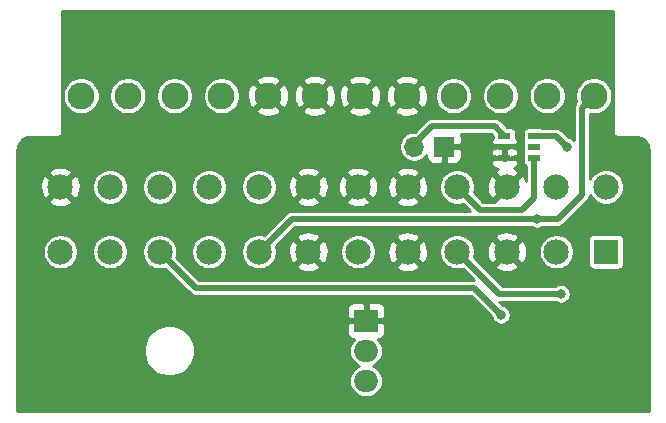
<source format=gbr>
%TF.GenerationSoftware,KiCad,Pcbnew,(5.1.6)-1*%
%TF.CreationDate,2022-11-08T14:58:38-05:00*%
%TF.ProjectId,PICO-AT,5049434f-2d41-4542-9e6b-696361645f70,rev?*%
%TF.SameCoordinates,Original*%
%TF.FileFunction,Copper,L1,Top*%
%TF.FilePolarity,Positive*%
%FSLAX46Y46*%
G04 Gerber Fmt 4.6, Leading zero omitted, Abs format (unit mm)*
G04 Created by KiCad (PCBNEW (5.1.6)-1) date 2022-11-08 14:58:38*
%MOMM*%
%LPD*%
G01*
G04 APERTURE LIST*
%TA.AperFunction,ComponentPad*%
%ADD10C,2.280000*%
%TD*%
%TA.AperFunction,ComponentPad*%
%ADD11R,2.150000X2.150000*%
%TD*%
%TA.AperFunction,ComponentPad*%
%ADD12C,2.150000*%
%TD*%
%TA.AperFunction,ComponentPad*%
%ADD13R,2.000000X1.905000*%
%TD*%
%TA.AperFunction,ComponentPad*%
%ADD14O,2.000000X1.905000*%
%TD*%
%TA.AperFunction,ComponentPad*%
%ADD15R,1.700000X1.700000*%
%TD*%
%TA.AperFunction,ComponentPad*%
%ADD16O,1.700000X1.700000*%
%TD*%
%TA.AperFunction,SMDPad,CuDef*%
%ADD17R,1.050000X0.550000*%
%TD*%
%TA.AperFunction,ViaPad*%
%ADD18C,0.800000*%
%TD*%
%TA.AperFunction,Conductor*%
%ADD19C,0.500000*%
%TD*%
%TA.AperFunction,Conductor*%
%ADD20C,0.254000*%
%TD*%
G04 APERTURE END LIST*
D10*
%TO.P,J1,1*%
%TO.N,/GND*%
X151130000Y-94488000D03*
%TO.P,J1,2*%
X155090000Y-94488000D03*
%TO.P,J1,3*%
%TO.N,/-12V*%
X159050000Y-94488000D03*
%TO.P,J1,4*%
%TO.N,/12V*%
X163010000Y-94488000D03*
%TO.P,J1,5*%
%TO.N,/5V*%
X166970000Y-94488000D03*
%TO.P,J1,6*%
%TO.N,/PG*%
X170930000Y-94488000D03*
%TD*%
%TO.P,J2,6*%
%TO.N,/GND*%
X147308000Y-94488000D03*
%TO.P,J2,5*%
X143348000Y-94488000D03*
%TO.P,J2,4*%
%TO.N,/-5V*%
X139388000Y-94488000D03*
%TO.P,J2,3*%
%TO.N,/5V*%
X135428000Y-94488000D03*
%TO.P,J2,2*%
X131468000Y-94488000D03*
%TO.P,J2,1*%
X127508000Y-94488000D03*
%TD*%
D11*
%TO.P,J3,1*%
%TO.N,/3.3V*%
X171958000Y-107696000D03*
D12*
%TO.P,J3,2*%
X167758000Y-107696000D03*
%TO.P,J3,3*%
%TO.N,/GND*%
X163558000Y-107696000D03*
%TO.P,J3,4*%
%TO.N,/5V*%
X159358000Y-107696000D03*
%TO.P,J3,5*%
%TO.N,/GND*%
X155158000Y-107696000D03*
%TO.P,J3,6*%
%TO.N,/5V*%
X150958000Y-107696000D03*
%TO.P,J3,7*%
%TO.N,/GND*%
X146758000Y-107696000D03*
%TO.P,J3,8*%
%TO.N,/PG*%
X142558000Y-107696000D03*
%TO.P,J3,9*%
%TO.N,/5VSB*%
X138358000Y-107696000D03*
%TO.P,J3,10*%
%TO.N,/12V*%
X134158000Y-107696000D03*
%TO.P,J3,11*%
X129958000Y-107696000D03*
%TO.P,J3,12*%
%TO.N,/3.3V*%
X125758000Y-107696000D03*
%TO.P,J3,13*%
X171958000Y-102196000D03*
%TO.P,J3,14*%
%TO.N,/-12V*%
X167758000Y-102196000D03*
%TO.P,J3,15*%
%TO.N,/GND*%
X163558000Y-102196000D03*
%TO.P,J3,16*%
%TO.N,/PS-ON*%
X159358000Y-102196000D03*
%TO.P,J3,17*%
%TO.N,/GND*%
X155158000Y-102196000D03*
%TO.P,J3,18*%
X150958000Y-102196000D03*
%TO.P,J3,19*%
X146758000Y-102196000D03*
%TO.P,J3,20*%
%TO.N,Net-(J3-Pad20)*%
X142558000Y-102196000D03*
%TO.P,J3,21*%
%TO.N,/5V*%
X138358000Y-102196000D03*
%TO.P,J3,22*%
X134158000Y-102196000D03*
%TO.P,J3,23*%
X129958000Y-102196000D03*
%TO.P,J3,24*%
%TO.N,/GND*%
X125758000Y-102196000D03*
%TD*%
D13*
%TO.P,U1,1*%
%TO.N,/GND*%
X151638000Y-113538000D03*
D14*
%TO.P,U1,2*%
%TO.N,/-12V*%
X151638000Y-116078000D03*
%TO.P,U1,3*%
%TO.N,/-5V*%
X151638000Y-118618000D03*
%TD*%
D15*
%TO.P,PWR,1*%
%TO.N,/GND*%
X158242000Y-98806000D03*
D16*
%TO.P,PWR,2*%
%TO.N,Net-(IC1-Pad1)*%
X155702000Y-98806000D03*
%TD*%
D17*
%TO.P,IC1,1*%
%TO.N,Net-(IC1-Pad1)*%
X163362000Y-97856000D03*
%TO.P,IC1,2*%
%TO.N,/GND*%
X163362000Y-98806000D03*
%TO.P,IC1,3*%
X163362000Y-99756000D03*
%TO.P,IC1,4*%
%TO.N,/PS-ON*%
X165862000Y-99756000D03*
%TO.P,IC1,5*%
%TO.N,Net-(IC1-Pad5)*%
X165862000Y-98806000D03*
%TO.P,IC1,6*%
%TO.N,/3.3V*%
X165862000Y-97856000D03*
%TD*%
D18*
%TO.N,/12V*%
X163068000Y-113030000D03*
%TO.N,/5V*%
X168148000Y-111252000D03*
%TO.N,/PG*%
X166116000Y-104902000D03*
%TO.N,/3.3V*%
X168656000Y-98806000D03*
%TD*%
D19*
%TO.N,/12V*%
X160782000Y-110744000D02*
X163068000Y-113030000D01*
X134158000Y-107696000D02*
X137206000Y-110744000D01*
X137206000Y-110744000D02*
X160782000Y-110744000D01*
%TO.N,/5V*%
X159358000Y-107696000D02*
X162914000Y-111252000D01*
X162914000Y-111252000D02*
X168148000Y-111252000D01*
%TO.N,/PG*%
X145352000Y-104902000D02*
X142558000Y-107696000D01*
X169926000Y-102870000D02*
X167894000Y-104902000D01*
X170930000Y-94488000D02*
X169926000Y-95492000D01*
X169926000Y-95492000D02*
X169926000Y-102870000D01*
X167894000Y-104902000D02*
X166116000Y-104902000D01*
X166116000Y-104902000D02*
X145352000Y-104902000D01*
%TO.N,/3.3V*%
X167706000Y-97856000D02*
X165862000Y-97856000D01*
X168656000Y-98806000D02*
X167706000Y-97856000D01*
%TO.N,/PS-ON*%
X159358000Y-102196000D02*
X161302000Y-104140000D01*
X161302000Y-104140000D02*
X164846000Y-104140000D01*
X165862000Y-103124000D02*
X165862000Y-99756000D01*
X164846000Y-104140000D02*
X165862000Y-103124000D01*
%TO.N,Net-(IC1-Pad1)*%
X163362000Y-97856000D02*
X162534000Y-97028000D01*
X162534000Y-97028000D02*
X157226000Y-97028000D01*
X155702000Y-98552000D02*
X155702000Y-98806000D01*
X157226000Y-97028000D02*
X155702000Y-98552000D01*
%TD*%
D20*
%TO.N,/GND*%
G36*
X172522000Y-97513795D02*
G01*
X172519813Y-97536000D01*
X172528540Y-97624607D01*
X172554386Y-97709810D01*
X172596357Y-97788333D01*
X172642825Y-97844954D01*
X172652841Y-97857159D01*
X172721667Y-97913643D01*
X172800190Y-97955614D01*
X172885393Y-97981460D01*
X172974000Y-97990187D01*
X172996205Y-97988000D01*
X174475892Y-97988000D01*
X174705800Y-98010542D01*
X174905678Y-98070889D01*
X175090039Y-98168916D01*
X175251839Y-98300876D01*
X175384932Y-98461759D01*
X175484240Y-98645425D01*
X175545981Y-98844878D01*
X175570001Y-99073411D01*
X175570000Y-121214000D01*
X122118000Y-121214000D01*
X122118000Y-115863584D01*
X132801000Y-115863584D01*
X132801000Y-116292416D01*
X132884660Y-116713008D01*
X133048767Y-117109196D01*
X133287013Y-117465757D01*
X133590243Y-117768987D01*
X133946804Y-118007233D01*
X134342992Y-118171340D01*
X134763584Y-118255000D01*
X135192416Y-118255000D01*
X135613008Y-118171340D01*
X136009196Y-118007233D01*
X136365757Y-117768987D01*
X136668987Y-117465757D01*
X136907233Y-117109196D01*
X137071340Y-116713008D01*
X137155000Y-116292416D01*
X137155000Y-115863584D01*
X137071340Y-115442992D01*
X136907233Y-115046804D01*
X136668987Y-114690243D01*
X136469244Y-114490500D01*
X149999928Y-114490500D01*
X150012188Y-114614982D01*
X150048498Y-114734680D01*
X150107463Y-114844994D01*
X150186815Y-114941685D01*
X150283506Y-115021037D01*
X150393820Y-115080002D01*
X150513518Y-115116312D01*
X150589052Y-115123751D01*
X150437938Y-115307883D01*
X150309842Y-115547534D01*
X150230961Y-115807571D01*
X150204326Y-116078000D01*
X150230961Y-116348429D01*
X150309842Y-116608466D01*
X150437938Y-116848117D01*
X150610327Y-117058173D01*
X150820383Y-117230562D01*
X151040094Y-117348000D01*
X150820383Y-117465438D01*
X150610327Y-117637827D01*
X150437938Y-117847883D01*
X150309842Y-118087534D01*
X150230961Y-118347571D01*
X150204326Y-118618000D01*
X150230961Y-118888429D01*
X150309842Y-119148466D01*
X150437938Y-119388117D01*
X150610327Y-119598173D01*
X150820383Y-119770562D01*
X151060034Y-119898658D01*
X151320071Y-119977539D01*
X151522738Y-119997500D01*
X151753262Y-119997500D01*
X151955929Y-119977539D01*
X152215966Y-119898658D01*
X152455617Y-119770562D01*
X152665673Y-119598173D01*
X152838062Y-119388117D01*
X152966158Y-119148466D01*
X153045039Y-118888429D01*
X153071674Y-118618000D01*
X153045039Y-118347571D01*
X152966158Y-118087534D01*
X152838062Y-117847883D01*
X152665673Y-117637827D01*
X152455617Y-117465438D01*
X152235906Y-117348000D01*
X152455617Y-117230562D01*
X152665673Y-117058173D01*
X152838062Y-116848117D01*
X152966158Y-116608466D01*
X153045039Y-116348429D01*
X153071674Y-116078000D01*
X153045039Y-115807571D01*
X152966158Y-115547534D01*
X152838062Y-115307883D01*
X152686948Y-115123751D01*
X152762482Y-115116312D01*
X152882180Y-115080002D01*
X152992494Y-115021037D01*
X153089185Y-114941685D01*
X153168537Y-114844994D01*
X153227502Y-114734680D01*
X153263812Y-114614982D01*
X153276072Y-114490500D01*
X153273000Y-113823750D01*
X153114250Y-113665000D01*
X151765000Y-113665000D01*
X151765000Y-113685000D01*
X151511000Y-113685000D01*
X151511000Y-113665000D01*
X150161750Y-113665000D01*
X150003000Y-113823750D01*
X149999928Y-114490500D01*
X136469244Y-114490500D01*
X136365757Y-114387013D01*
X136009196Y-114148767D01*
X135613008Y-113984660D01*
X135192416Y-113901000D01*
X134763584Y-113901000D01*
X134342992Y-113984660D01*
X133946804Y-114148767D01*
X133590243Y-114387013D01*
X133287013Y-114690243D01*
X133048767Y-115046804D01*
X132884660Y-115442992D01*
X132801000Y-115863584D01*
X122118000Y-115863584D01*
X122118000Y-112585500D01*
X149999928Y-112585500D01*
X150003000Y-113252250D01*
X150161750Y-113411000D01*
X151511000Y-113411000D01*
X151511000Y-112109250D01*
X151765000Y-112109250D01*
X151765000Y-113411000D01*
X153114250Y-113411000D01*
X153273000Y-113252250D01*
X153276072Y-112585500D01*
X153263812Y-112461018D01*
X153227502Y-112341320D01*
X153168537Y-112231006D01*
X153089185Y-112134315D01*
X152992494Y-112054963D01*
X152882180Y-111995998D01*
X152762482Y-111959688D01*
X152638000Y-111947428D01*
X151923750Y-111950500D01*
X151765000Y-112109250D01*
X151511000Y-112109250D01*
X151352250Y-111950500D01*
X150638000Y-111947428D01*
X150513518Y-111959688D01*
X150393820Y-111995998D01*
X150283506Y-112054963D01*
X150186815Y-112134315D01*
X150107463Y-112231006D01*
X150048498Y-112341320D01*
X150012188Y-112461018D01*
X149999928Y-112585500D01*
X122118000Y-112585500D01*
X122118000Y-107548066D01*
X124256000Y-107548066D01*
X124256000Y-107843934D01*
X124313721Y-108134117D01*
X124426944Y-108407464D01*
X124591320Y-108653469D01*
X124800531Y-108862680D01*
X125046536Y-109027056D01*
X125319883Y-109140279D01*
X125610066Y-109198000D01*
X125905934Y-109198000D01*
X126196117Y-109140279D01*
X126469464Y-109027056D01*
X126715469Y-108862680D01*
X126924680Y-108653469D01*
X127089056Y-108407464D01*
X127202279Y-108134117D01*
X127260000Y-107843934D01*
X127260000Y-107548066D01*
X128456000Y-107548066D01*
X128456000Y-107843934D01*
X128513721Y-108134117D01*
X128626944Y-108407464D01*
X128791320Y-108653469D01*
X129000531Y-108862680D01*
X129246536Y-109027056D01*
X129519883Y-109140279D01*
X129810066Y-109198000D01*
X130105934Y-109198000D01*
X130396117Y-109140279D01*
X130669464Y-109027056D01*
X130915469Y-108862680D01*
X131124680Y-108653469D01*
X131289056Y-108407464D01*
X131402279Y-108134117D01*
X131460000Y-107843934D01*
X131460000Y-107548066D01*
X132656000Y-107548066D01*
X132656000Y-107843934D01*
X132713721Y-108134117D01*
X132826944Y-108407464D01*
X132991320Y-108653469D01*
X133200531Y-108862680D01*
X133446536Y-109027056D01*
X133719883Y-109140279D01*
X134010066Y-109198000D01*
X134305934Y-109198000D01*
X134596117Y-109140279D01*
X134630581Y-109126004D01*
X136703778Y-111199201D01*
X136724973Y-111225027D01*
X136828059Y-111309628D01*
X136945670Y-111372492D01*
X137073285Y-111411204D01*
X137172748Y-111421000D01*
X137172755Y-111421000D01*
X137206000Y-111424274D01*
X137239245Y-111421000D01*
X160501578Y-111421000D01*
X162253160Y-113172582D01*
X162272782Y-113271227D01*
X162335123Y-113421731D01*
X162425628Y-113557181D01*
X162540819Y-113672372D01*
X162676269Y-113762877D01*
X162826773Y-113825218D01*
X162986548Y-113857000D01*
X163149452Y-113857000D01*
X163309227Y-113825218D01*
X163459731Y-113762877D01*
X163595181Y-113672372D01*
X163710372Y-113557181D01*
X163800877Y-113421731D01*
X163863218Y-113271227D01*
X163895000Y-113111452D01*
X163895000Y-112948548D01*
X163863218Y-112788773D01*
X163800877Y-112638269D01*
X163710372Y-112502819D01*
X163595181Y-112387628D01*
X163459731Y-112297123D01*
X163309227Y-112234782D01*
X163210582Y-112215160D01*
X162926468Y-111931046D01*
X162947241Y-111929000D01*
X167672643Y-111929000D01*
X167756269Y-111984877D01*
X167906773Y-112047218D01*
X168066548Y-112079000D01*
X168229452Y-112079000D01*
X168389227Y-112047218D01*
X168539731Y-111984877D01*
X168675181Y-111894372D01*
X168790372Y-111779181D01*
X168880877Y-111643731D01*
X168943218Y-111493227D01*
X168975000Y-111333452D01*
X168975000Y-111170548D01*
X168943218Y-111010773D01*
X168880877Y-110860269D01*
X168790372Y-110724819D01*
X168675181Y-110609628D01*
X168539731Y-110519123D01*
X168389227Y-110456782D01*
X168229452Y-110425000D01*
X168066548Y-110425000D01*
X167906773Y-110456782D01*
X167756269Y-110519123D01*
X167672643Y-110575000D01*
X163194422Y-110575000D01*
X161504312Y-108884890D01*
X162548715Y-108884890D01*
X162653531Y-109156959D01*
X162955929Y-109305340D01*
X163281465Y-109391875D01*
X163617627Y-109413239D01*
X163951498Y-109368610D01*
X164270247Y-109259704D01*
X164462469Y-109156959D01*
X164567285Y-108884890D01*
X163558000Y-107875605D01*
X162548715Y-108884890D01*
X161504312Y-108884890D01*
X160788003Y-108168581D01*
X160802279Y-108134117D01*
X160860000Y-107843934D01*
X160860000Y-107755627D01*
X161840761Y-107755627D01*
X161885390Y-108089498D01*
X161994296Y-108408247D01*
X162097041Y-108600469D01*
X162369110Y-108705285D01*
X163378395Y-107696000D01*
X163737605Y-107696000D01*
X164746890Y-108705285D01*
X165018959Y-108600469D01*
X165167340Y-108298071D01*
X165253875Y-107972535D01*
X165275239Y-107636373D01*
X165263435Y-107548066D01*
X166256000Y-107548066D01*
X166256000Y-107843934D01*
X166313721Y-108134117D01*
X166426944Y-108407464D01*
X166591320Y-108653469D01*
X166800531Y-108862680D01*
X167046536Y-109027056D01*
X167319883Y-109140279D01*
X167610066Y-109198000D01*
X167905934Y-109198000D01*
X168196117Y-109140279D01*
X168469464Y-109027056D01*
X168715469Y-108862680D01*
X168924680Y-108653469D01*
X169089056Y-108407464D01*
X169202279Y-108134117D01*
X169260000Y-107843934D01*
X169260000Y-107548066D01*
X169202279Y-107257883D01*
X169089056Y-106984536D01*
X168924680Y-106738531D01*
X168807149Y-106621000D01*
X170453934Y-106621000D01*
X170453934Y-108771000D01*
X170462178Y-108854707D01*
X170486595Y-108935196D01*
X170526245Y-109009376D01*
X170579605Y-109074395D01*
X170644624Y-109127755D01*
X170718804Y-109167405D01*
X170799293Y-109191822D01*
X170883000Y-109200066D01*
X173033000Y-109200066D01*
X173116707Y-109191822D01*
X173197196Y-109167405D01*
X173271376Y-109127755D01*
X173336395Y-109074395D01*
X173389755Y-109009376D01*
X173429405Y-108935196D01*
X173453822Y-108854707D01*
X173462066Y-108771000D01*
X173462066Y-106621000D01*
X173453822Y-106537293D01*
X173429405Y-106456804D01*
X173389755Y-106382624D01*
X173336395Y-106317605D01*
X173271376Y-106264245D01*
X173197196Y-106224595D01*
X173116707Y-106200178D01*
X173033000Y-106191934D01*
X170883000Y-106191934D01*
X170799293Y-106200178D01*
X170718804Y-106224595D01*
X170644624Y-106264245D01*
X170579605Y-106317605D01*
X170526245Y-106382624D01*
X170486595Y-106456804D01*
X170462178Y-106537293D01*
X170453934Y-106621000D01*
X168807149Y-106621000D01*
X168715469Y-106529320D01*
X168469464Y-106364944D01*
X168196117Y-106251721D01*
X167905934Y-106194000D01*
X167610066Y-106194000D01*
X167319883Y-106251721D01*
X167046536Y-106364944D01*
X166800531Y-106529320D01*
X166591320Y-106738531D01*
X166426944Y-106984536D01*
X166313721Y-107257883D01*
X166256000Y-107548066D01*
X165263435Y-107548066D01*
X165230610Y-107302502D01*
X165121704Y-106983753D01*
X165018959Y-106791531D01*
X164746890Y-106686715D01*
X163737605Y-107696000D01*
X163378395Y-107696000D01*
X162369110Y-106686715D01*
X162097041Y-106791531D01*
X161948660Y-107093929D01*
X161862125Y-107419465D01*
X161840761Y-107755627D01*
X160860000Y-107755627D01*
X160860000Y-107548066D01*
X160802279Y-107257883D01*
X160689056Y-106984536D01*
X160524680Y-106738531D01*
X160315469Y-106529320D01*
X160282230Y-106507110D01*
X162548715Y-106507110D01*
X163558000Y-107516395D01*
X164567285Y-106507110D01*
X164462469Y-106235041D01*
X164160071Y-106086660D01*
X163834535Y-106000125D01*
X163498373Y-105978761D01*
X163164502Y-106023390D01*
X162845753Y-106132296D01*
X162653531Y-106235041D01*
X162548715Y-106507110D01*
X160282230Y-106507110D01*
X160069464Y-106364944D01*
X159796117Y-106251721D01*
X159505934Y-106194000D01*
X159210066Y-106194000D01*
X158919883Y-106251721D01*
X158646536Y-106364944D01*
X158400531Y-106529320D01*
X158191320Y-106738531D01*
X158026944Y-106984536D01*
X157913721Y-107257883D01*
X157856000Y-107548066D01*
X157856000Y-107843934D01*
X157913721Y-108134117D01*
X158026944Y-108407464D01*
X158191320Y-108653469D01*
X158400531Y-108862680D01*
X158646536Y-109027056D01*
X158919883Y-109140279D01*
X159210066Y-109198000D01*
X159505934Y-109198000D01*
X159796117Y-109140279D01*
X159830581Y-109126003D01*
X160769532Y-110064954D01*
X160748755Y-110067000D01*
X137486423Y-110067000D01*
X135588004Y-108168581D01*
X135602279Y-108134117D01*
X135660000Y-107843934D01*
X135660000Y-107548066D01*
X136856000Y-107548066D01*
X136856000Y-107843934D01*
X136913721Y-108134117D01*
X137026944Y-108407464D01*
X137191320Y-108653469D01*
X137400531Y-108862680D01*
X137646536Y-109027056D01*
X137919883Y-109140279D01*
X138210066Y-109198000D01*
X138505934Y-109198000D01*
X138796117Y-109140279D01*
X139069464Y-109027056D01*
X139315469Y-108862680D01*
X139524680Y-108653469D01*
X139689056Y-108407464D01*
X139802279Y-108134117D01*
X139860000Y-107843934D01*
X139860000Y-107548066D01*
X141056000Y-107548066D01*
X141056000Y-107843934D01*
X141113721Y-108134117D01*
X141226944Y-108407464D01*
X141391320Y-108653469D01*
X141600531Y-108862680D01*
X141846536Y-109027056D01*
X142119883Y-109140279D01*
X142410066Y-109198000D01*
X142705934Y-109198000D01*
X142996117Y-109140279D01*
X143269464Y-109027056D01*
X143482229Y-108884890D01*
X145748715Y-108884890D01*
X145853531Y-109156959D01*
X146155929Y-109305340D01*
X146481465Y-109391875D01*
X146817627Y-109413239D01*
X147151498Y-109368610D01*
X147470247Y-109259704D01*
X147662469Y-109156959D01*
X147767285Y-108884890D01*
X146758000Y-107875605D01*
X145748715Y-108884890D01*
X143482229Y-108884890D01*
X143515469Y-108862680D01*
X143724680Y-108653469D01*
X143889056Y-108407464D01*
X144002279Y-108134117D01*
X144060000Y-107843934D01*
X144060000Y-107755627D01*
X145040761Y-107755627D01*
X145085390Y-108089498D01*
X145194296Y-108408247D01*
X145297041Y-108600469D01*
X145569110Y-108705285D01*
X146578395Y-107696000D01*
X146937605Y-107696000D01*
X147946890Y-108705285D01*
X148218959Y-108600469D01*
X148367340Y-108298071D01*
X148453875Y-107972535D01*
X148475239Y-107636373D01*
X148463435Y-107548066D01*
X149456000Y-107548066D01*
X149456000Y-107843934D01*
X149513721Y-108134117D01*
X149626944Y-108407464D01*
X149791320Y-108653469D01*
X150000531Y-108862680D01*
X150246536Y-109027056D01*
X150519883Y-109140279D01*
X150810066Y-109198000D01*
X151105934Y-109198000D01*
X151396117Y-109140279D01*
X151669464Y-109027056D01*
X151882229Y-108884890D01*
X154148715Y-108884890D01*
X154253531Y-109156959D01*
X154555929Y-109305340D01*
X154881465Y-109391875D01*
X155217627Y-109413239D01*
X155551498Y-109368610D01*
X155870247Y-109259704D01*
X156062469Y-109156959D01*
X156167285Y-108884890D01*
X155158000Y-107875605D01*
X154148715Y-108884890D01*
X151882229Y-108884890D01*
X151915469Y-108862680D01*
X152124680Y-108653469D01*
X152289056Y-108407464D01*
X152402279Y-108134117D01*
X152460000Y-107843934D01*
X152460000Y-107755627D01*
X153440761Y-107755627D01*
X153485390Y-108089498D01*
X153594296Y-108408247D01*
X153697041Y-108600469D01*
X153969110Y-108705285D01*
X154978395Y-107696000D01*
X155337605Y-107696000D01*
X156346890Y-108705285D01*
X156618959Y-108600469D01*
X156767340Y-108298071D01*
X156853875Y-107972535D01*
X156875239Y-107636373D01*
X156830610Y-107302502D01*
X156721704Y-106983753D01*
X156618959Y-106791531D01*
X156346890Y-106686715D01*
X155337605Y-107696000D01*
X154978395Y-107696000D01*
X153969110Y-106686715D01*
X153697041Y-106791531D01*
X153548660Y-107093929D01*
X153462125Y-107419465D01*
X153440761Y-107755627D01*
X152460000Y-107755627D01*
X152460000Y-107548066D01*
X152402279Y-107257883D01*
X152289056Y-106984536D01*
X152124680Y-106738531D01*
X151915469Y-106529320D01*
X151882230Y-106507110D01*
X154148715Y-106507110D01*
X155158000Y-107516395D01*
X156167285Y-106507110D01*
X156062469Y-106235041D01*
X155760071Y-106086660D01*
X155434535Y-106000125D01*
X155098373Y-105978761D01*
X154764502Y-106023390D01*
X154445753Y-106132296D01*
X154253531Y-106235041D01*
X154148715Y-106507110D01*
X151882230Y-106507110D01*
X151669464Y-106364944D01*
X151396117Y-106251721D01*
X151105934Y-106194000D01*
X150810066Y-106194000D01*
X150519883Y-106251721D01*
X150246536Y-106364944D01*
X150000531Y-106529320D01*
X149791320Y-106738531D01*
X149626944Y-106984536D01*
X149513721Y-107257883D01*
X149456000Y-107548066D01*
X148463435Y-107548066D01*
X148430610Y-107302502D01*
X148321704Y-106983753D01*
X148218959Y-106791531D01*
X147946890Y-106686715D01*
X146937605Y-107696000D01*
X146578395Y-107696000D01*
X145569110Y-106686715D01*
X145297041Y-106791531D01*
X145148660Y-107093929D01*
X145062125Y-107419465D01*
X145040761Y-107755627D01*
X144060000Y-107755627D01*
X144060000Y-107548066D01*
X144002279Y-107257883D01*
X143988004Y-107223419D01*
X144704313Y-106507110D01*
X145748715Y-106507110D01*
X146758000Y-107516395D01*
X147767285Y-106507110D01*
X147662469Y-106235041D01*
X147360071Y-106086660D01*
X147034535Y-106000125D01*
X146698373Y-105978761D01*
X146364502Y-106023390D01*
X146045753Y-106132296D01*
X145853531Y-106235041D01*
X145748715Y-106507110D01*
X144704313Y-106507110D01*
X145632423Y-105579000D01*
X165640643Y-105579000D01*
X165724269Y-105634877D01*
X165874773Y-105697218D01*
X166034548Y-105729000D01*
X166197452Y-105729000D01*
X166357227Y-105697218D01*
X166507731Y-105634877D01*
X166591357Y-105579000D01*
X167860755Y-105579000D01*
X167894000Y-105582274D01*
X167927245Y-105579000D01*
X167927252Y-105579000D01*
X168026715Y-105569204D01*
X168154330Y-105530492D01*
X168271941Y-105467628D01*
X168375027Y-105383027D01*
X168396226Y-105357196D01*
X170381201Y-103372222D01*
X170407027Y-103351027D01*
X170491628Y-103247941D01*
X170554492Y-103130330D01*
X170593204Y-103002715D01*
X170603000Y-102903252D01*
X170603000Y-102903245D01*
X170606274Y-102870000D01*
X170604667Y-102853682D01*
X170626944Y-102907464D01*
X170791320Y-103153469D01*
X171000531Y-103362680D01*
X171246536Y-103527056D01*
X171519883Y-103640279D01*
X171810066Y-103698000D01*
X172105934Y-103698000D01*
X172396117Y-103640279D01*
X172669464Y-103527056D01*
X172915469Y-103362680D01*
X173124680Y-103153469D01*
X173289056Y-102907464D01*
X173402279Y-102634117D01*
X173460000Y-102343934D01*
X173460000Y-102048066D01*
X173402279Y-101757883D01*
X173289056Y-101484536D01*
X173124680Y-101238531D01*
X172915469Y-101029320D01*
X172669464Y-100864944D01*
X172396117Y-100751721D01*
X172105934Y-100694000D01*
X171810066Y-100694000D01*
X171519883Y-100751721D01*
X171246536Y-100864944D01*
X171000531Y-101029320D01*
X170791320Y-101238531D01*
X170626944Y-101484536D01*
X170603000Y-101542342D01*
X170603000Y-96020655D01*
X170775664Y-96055000D01*
X171084336Y-96055000D01*
X171387077Y-95994781D01*
X171672253Y-95876657D01*
X171928904Y-95705168D01*
X172147168Y-95486904D01*
X172318657Y-95230253D01*
X172436781Y-94945077D01*
X172497000Y-94642336D01*
X172497000Y-94333664D01*
X172436781Y-94030923D01*
X172318657Y-93745747D01*
X172147168Y-93489096D01*
X171928904Y-93270832D01*
X171672253Y-93099343D01*
X171387077Y-92981219D01*
X171084336Y-92921000D01*
X170775664Y-92921000D01*
X170472923Y-92981219D01*
X170187747Y-93099343D01*
X169931096Y-93270832D01*
X169712832Y-93489096D01*
X169541343Y-93745747D01*
X169423219Y-94030923D01*
X169363000Y-94333664D01*
X169363000Y-94642336D01*
X169423219Y-94945077D01*
X169449109Y-95007580D01*
X169444973Y-95010974D01*
X169360372Y-95114060D01*
X169297508Y-95231671D01*
X169258796Y-95359286D01*
X169249000Y-95458749D01*
X169249000Y-95458755D01*
X169245726Y-95492000D01*
X169249000Y-95525245D01*
X169249000Y-98229447D01*
X169183181Y-98163628D01*
X169047731Y-98073123D01*
X168897227Y-98010782D01*
X168798583Y-97991160D01*
X168208226Y-97400804D01*
X168187027Y-97374973D01*
X168083941Y-97290372D01*
X167966330Y-97227508D01*
X167838715Y-97188796D01*
X167739252Y-97179000D01*
X167739245Y-97179000D01*
X167706000Y-97175726D01*
X167672755Y-97179000D01*
X166532752Y-97179000D01*
X166470707Y-97160178D01*
X166387000Y-97151934D01*
X165337000Y-97151934D01*
X165253293Y-97160178D01*
X165172804Y-97184595D01*
X165098624Y-97224245D01*
X165033605Y-97277605D01*
X164980245Y-97342624D01*
X164940595Y-97416804D01*
X164916178Y-97497293D01*
X164907934Y-97581000D01*
X164907934Y-98131000D01*
X164916178Y-98214707D01*
X164940595Y-98295196D01*
X164959733Y-98331000D01*
X164940595Y-98366804D01*
X164916178Y-98447293D01*
X164907934Y-98531000D01*
X164907934Y-99081000D01*
X164916178Y-99164707D01*
X164940595Y-99245196D01*
X164959733Y-99281000D01*
X164940595Y-99316804D01*
X164916178Y-99397293D01*
X164907934Y-99481000D01*
X164907934Y-100031000D01*
X164916178Y-100114707D01*
X164940595Y-100195196D01*
X164980245Y-100269376D01*
X165033605Y-100334395D01*
X165098624Y-100387755D01*
X165172804Y-100427405D01*
X165185001Y-100431105D01*
X165185000Y-101669011D01*
X165121704Y-101483753D01*
X165018959Y-101291531D01*
X164746890Y-101186715D01*
X163737605Y-102196000D01*
X163751748Y-102210143D01*
X163572143Y-102389748D01*
X163558000Y-102375605D01*
X162548715Y-103384890D01*
X162578807Y-103463000D01*
X161582422Y-103463000D01*
X160788003Y-102668581D01*
X160802279Y-102634117D01*
X160860000Y-102343934D01*
X160860000Y-102255627D01*
X161840761Y-102255627D01*
X161885390Y-102589498D01*
X161994296Y-102908247D01*
X162097041Y-103100469D01*
X162369110Y-103205285D01*
X163378395Y-102196000D01*
X162369110Y-101186715D01*
X162097041Y-101291531D01*
X161948660Y-101593929D01*
X161862125Y-101919465D01*
X161840761Y-102255627D01*
X160860000Y-102255627D01*
X160860000Y-102048066D01*
X160802279Y-101757883D01*
X160689056Y-101484536D01*
X160524680Y-101238531D01*
X160315469Y-101029320D01*
X160069464Y-100864944D01*
X159796117Y-100751721D01*
X159505934Y-100694000D01*
X159210066Y-100694000D01*
X158919883Y-100751721D01*
X158646536Y-100864944D01*
X158400531Y-101029320D01*
X158191320Y-101238531D01*
X158026944Y-101484536D01*
X157913721Y-101757883D01*
X157856000Y-102048066D01*
X157856000Y-102343934D01*
X157913721Y-102634117D01*
X158026944Y-102907464D01*
X158191320Y-103153469D01*
X158400531Y-103362680D01*
X158646536Y-103527056D01*
X158919883Y-103640279D01*
X159210066Y-103698000D01*
X159505934Y-103698000D01*
X159796117Y-103640279D01*
X159830581Y-103626003D01*
X160429578Y-104225000D01*
X145385252Y-104225000D01*
X145352000Y-104221725D01*
X145318748Y-104225000D01*
X145219285Y-104234796D01*
X145091670Y-104273508D01*
X144974059Y-104336372D01*
X144870973Y-104420973D01*
X144849778Y-104446799D01*
X143030581Y-106265996D01*
X142996117Y-106251721D01*
X142705934Y-106194000D01*
X142410066Y-106194000D01*
X142119883Y-106251721D01*
X141846536Y-106364944D01*
X141600531Y-106529320D01*
X141391320Y-106738531D01*
X141226944Y-106984536D01*
X141113721Y-107257883D01*
X141056000Y-107548066D01*
X139860000Y-107548066D01*
X139802279Y-107257883D01*
X139689056Y-106984536D01*
X139524680Y-106738531D01*
X139315469Y-106529320D01*
X139069464Y-106364944D01*
X138796117Y-106251721D01*
X138505934Y-106194000D01*
X138210066Y-106194000D01*
X137919883Y-106251721D01*
X137646536Y-106364944D01*
X137400531Y-106529320D01*
X137191320Y-106738531D01*
X137026944Y-106984536D01*
X136913721Y-107257883D01*
X136856000Y-107548066D01*
X135660000Y-107548066D01*
X135602279Y-107257883D01*
X135489056Y-106984536D01*
X135324680Y-106738531D01*
X135115469Y-106529320D01*
X134869464Y-106364944D01*
X134596117Y-106251721D01*
X134305934Y-106194000D01*
X134010066Y-106194000D01*
X133719883Y-106251721D01*
X133446536Y-106364944D01*
X133200531Y-106529320D01*
X132991320Y-106738531D01*
X132826944Y-106984536D01*
X132713721Y-107257883D01*
X132656000Y-107548066D01*
X131460000Y-107548066D01*
X131402279Y-107257883D01*
X131289056Y-106984536D01*
X131124680Y-106738531D01*
X130915469Y-106529320D01*
X130669464Y-106364944D01*
X130396117Y-106251721D01*
X130105934Y-106194000D01*
X129810066Y-106194000D01*
X129519883Y-106251721D01*
X129246536Y-106364944D01*
X129000531Y-106529320D01*
X128791320Y-106738531D01*
X128626944Y-106984536D01*
X128513721Y-107257883D01*
X128456000Y-107548066D01*
X127260000Y-107548066D01*
X127202279Y-107257883D01*
X127089056Y-106984536D01*
X126924680Y-106738531D01*
X126715469Y-106529320D01*
X126469464Y-106364944D01*
X126196117Y-106251721D01*
X125905934Y-106194000D01*
X125610066Y-106194000D01*
X125319883Y-106251721D01*
X125046536Y-106364944D01*
X124800531Y-106529320D01*
X124591320Y-106738531D01*
X124426944Y-106984536D01*
X124313721Y-107257883D01*
X124256000Y-107548066D01*
X122118000Y-107548066D01*
X122118000Y-103384890D01*
X124748715Y-103384890D01*
X124853531Y-103656959D01*
X125155929Y-103805340D01*
X125481465Y-103891875D01*
X125817627Y-103913239D01*
X126151498Y-103868610D01*
X126470247Y-103759704D01*
X126662469Y-103656959D01*
X126767285Y-103384890D01*
X125758000Y-102375605D01*
X124748715Y-103384890D01*
X122118000Y-103384890D01*
X122118000Y-102255627D01*
X124040761Y-102255627D01*
X124085390Y-102589498D01*
X124194296Y-102908247D01*
X124297041Y-103100469D01*
X124569110Y-103205285D01*
X125578395Y-102196000D01*
X125937605Y-102196000D01*
X126946890Y-103205285D01*
X127218959Y-103100469D01*
X127367340Y-102798071D01*
X127453875Y-102472535D01*
X127475239Y-102136373D01*
X127463435Y-102048066D01*
X128456000Y-102048066D01*
X128456000Y-102343934D01*
X128513721Y-102634117D01*
X128626944Y-102907464D01*
X128791320Y-103153469D01*
X129000531Y-103362680D01*
X129246536Y-103527056D01*
X129519883Y-103640279D01*
X129810066Y-103698000D01*
X130105934Y-103698000D01*
X130396117Y-103640279D01*
X130669464Y-103527056D01*
X130915469Y-103362680D01*
X131124680Y-103153469D01*
X131289056Y-102907464D01*
X131402279Y-102634117D01*
X131460000Y-102343934D01*
X131460000Y-102048066D01*
X132656000Y-102048066D01*
X132656000Y-102343934D01*
X132713721Y-102634117D01*
X132826944Y-102907464D01*
X132991320Y-103153469D01*
X133200531Y-103362680D01*
X133446536Y-103527056D01*
X133719883Y-103640279D01*
X134010066Y-103698000D01*
X134305934Y-103698000D01*
X134596117Y-103640279D01*
X134869464Y-103527056D01*
X135115469Y-103362680D01*
X135324680Y-103153469D01*
X135489056Y-102907464D01*
X135602279Y-102634117D01*
X135660000Y-102343934D01*
X135660000Y-102048066D01*
X136856000Y-102048066D01*
X136856000Y-102343934D01*
X136913721Y-102634117D01*
X137026944Y-102907464D01*
X137191320Y-103153469D01*
X137400531Y-103362680D01*
X137646536Y-103527056D01*
X137919883Y-103640279D01*
X138210066Y-103698000D01*
X138505934Y-103698000D01*
X138796117Y-103640279D01*
X139069464Y-103527056D01*
X139315469Y-103362680D01*
X139524680Y-103153469D01*
X139689056Y-102907464D01*
X139802279Y-102634117D01*
X139860000Y-102343934D01*
X139860000Y-102048066D01*
X141056000Y-102048066D01*
X141056000Y-102343934D01*
X141113721Y-102634117D01*
X141226944Y-102907464D01*
X141391320Y-103153469D01*
X141600531Y-103362680D01*
X141846536Y-103527056D01*
X142119883Y-103640279D01*
X142410066Y-103698000D01*
X142705934Y-103698000D01*
X142996117Y-103640279D01*
X143269464Y-103527056D01*
X143482229Y-103384890D01*
X145748715Y-103384890D01*
X145853531Y-103656959D01*
X146155929Y-103805340D01*
X146481465Y-103891875D01*
X146817627Y-103913239D01*
X147151498Y-103868610D01*
X147470247Y-103759704D01*
X147662469Y-103656959D01*
X147767285Y-103384890D01*
X149948715Y-103384890D01*
X150053531Y-103656959D01*
X150355929Y-103805340D01*
X150681465Y-103891875D01*
X151017627Y-103913239D01*
X151351498Y-103868610D01*
X151670247Y-103759704D01*
X151862469Y-103656959D01*
X151967285Y-103384890D01*
X154148715Y-103384890D01*
X154253531Y-103656959D01*
X154555929Y-103805340D01*
X154881465Y-103891875D01*
X155217627Y-103913239D01*
X155551498Y-103868610D01*
X155870247Y-103759704D01*
X156062469Y-103656959D01*
X156167285Y-103384890D01*
X155158000Y-102375605D01*
X154148715Y-103384890D01*
X151967285Y-103384890D01*
X150958000Y-102375605D01*
X149948715Y-103384890D01*
X147767285Y-103384890D01*
X146758000Y-102375605D01*
X145748715Y-103384890D01*
X143482229Y-103384890D01*
X143515469Y-103362680D01*
X143724680Y-103153469D01*
X143889056Y-102907464D01*
X144002279Y-102634117D01*
X144060000Y-102343934D01*
X144060000Y-102255627D01*
X145040761Y-102255627D01*
X145085390Y-102589498D01*
X145194296Y-102908247D01*
X145297041Y-103100469D01*
X145569110Y-103205285D01*
X146578395Y-102196000D01*
X146937605Y-102196000D01*
X147946890Y-103205285D01*
X148218959Y-103100469D01*
X148367340Y-102798071D01*
X148453875Y-102472535D01*
X148467660Y-102255627D01*
X149240761Y-102255627D01*
X149285390Y-102589498D01*
X149394296Y-102908247D01*
X149497041Y-103100469D01*
X149769110Y-103205285D01*
X150778395Y-102196000D01*
X151137605Y-102196000D01*
X152146890Y-103205285D01*
X152418959Y-103100469D01*
X152567340Y-102798071D01*
X152653875Y-102472535D01*
X152667660Y-102255627D01*
X153440761Y-102255627D01*
X153485390Y-102589498D01*
X153594296Y-102908247D01*
X153697041Y-103100469D01*
X153969110Y-103205285D01*
X154978395Y-102196000D01*
X155337605Y-102196000D01*
X156346890Y-103205285D01*
X156618959Y-103100469D01*
X156767340Y-102798071D01*
X156853875Y-102472535D01*
X156875239Y-102136373D01*
X156830610Y-101802502D01*
X156721704Y-101483753D01*
X156618959Y-101291531D01*
X156346890Y-101186715D01*
X155337605Y-102196000D01*
X154978395Y-102196000D01*
X153969110Y-101186715D01*
X153697041Y-101291531D01*
X153548660Y-101593929D01*
X153462125Y-101919465D01*
X153440761Y-102255627D01*
X152667660Y-102255627D01*
X152675239Y-102136373D01*
X152630610Y-101802502D01*
X152521704Y-101483753D01*
X152418959Y-101291531D01*
X152146890Y-101186715D01*
X151137605Y-102196000D01*
X150778395Y-102196000D01*
X149769110Y-101186715D01*
X149497041Y-101291531D01*
X149348660Y-101593929D01*
X149262125Y-101919465D01*
X149240761Y-102255627D01*
X148467660Y-102255627D01*
X148475239Y-102136373D01*
X148430610Y-101802502D01*
X148321704Y-101483753D01*
X148218959Y-101291531D01*
X147946890Y-101186715D01*
X146937605Y-102196000D01*
X146578395Y-102196000D01*
X145569110Y-101186715D01*
X145297041Y-101291531D01*
X145148660Y-101593929D01*
X145062125Y-101919465D01*
X145040761Y-102255627D01*
X144060000Y-102255627D01*
X144060000Y-102048066D01*
X144002279Y-101757883D01*
X143889056Y-101484536D01*
X143724680Y-101238531D01*
X143515469Y-101029320D01*
X143482230Y-101007110D01*
X145748715Y-101007110D01*
X146758000Y-102016395D01*
X147767285Y-101007110D01*
X149948715Y-101007110D01*
X150958000Y-102016395D01*
X151967285Y-101007110D01*
X154148715Y-101007110D01*
X155158000Y-102016395D01*
X156167285Y-101007110D01*
X156062469Y-100735041D01*
X155760071Y-100586660D01*
X155434535Y-100500125D01*
X155098373Y-100478761D01*
X154764502Y-100523390D01*
X154445753Y-100632296D01*
X154253531Y-100735041D01*
X154148715Y-101007110D01*
X151967285Y-101007110D01*
X151862469Y-100735041D01*
X151560071Y-100586660D01*
X151234535Y-100500125D01*
X150898373Y-100478761D01*
X150564502Y-100523390D01*
X150245753Y-100632296D01*
X150053531Y-100735041D01*
X149948715Y-101007110D01*
X147767285Y-101007110D01*
X147662469Y-100735041D01*
X147360071Y-100586660D01*
X147034535Y-100500125D01*
X146698373Y-100478761D01*
X146364502Y-100523390D01*
X146045753Y-100632296D01*
X145853531Y-100735041D01*
X145748715Y-101007110D01*
X143482230Y-101007110D01*
X143269464Y-100864944D01*
X142996117Y-100751721D01*
X142705934Y-100694000D01*
X142410066Y-100694000D01*
X142119883Y-100751721D01*
X141846536Y-100864944D01*
X141600531Y-101029320D01*
X141391320Y-101238531D01*
X141226944Y-101484536D01*
X141113721Y-101757883D01*
X141056000Y-102048066D01*
X139860000Y-102048066D01*
X139802279Y-101757883D01*
X139689056Y-101484536D01*
X139524680Y-101238531D01*
X139315469Y-101029320D01*
X139069464Y-100864944D01*
X138796117Y-100751721D01*
X138505934Y-100694000D01*
X138210066Y-100694000D01*
X137919883Y-100751721D01*
X137646536Y-100864944D01*
X137400531Y-101029320D01*
X137191320Y-101238531D01*
X137026944Y-101484536D01*
X136913721Y-101757883D01*
X136856000Y-102048066D01*
X135660000Y-102048066D01*
X135602279Y-101757883D01*
X135489056Y-101484536D01*
X135324680Y-101238531D01*
X135115469Y-101029320D01*
X134869464Y-100864944D01*
X134596117Y-100751721D01*
X134305934Y-100694000D01*
X134010066Y-100694000D01*
X133719883Y-100751721D01*
X133446536Y-100864944D01*
X133200531Y-101029320D01*
X132991320Y-101238531D01*
X132826944Y-101484536D01*
X132713721Y-101757883D01*
X132656000Y-102048066D01*
X131460000Y-102048066D01*
X131402279Y-101757883D01*
X131289056Y-101484536D01*
X131124680Y-101238531D01*
X130915469Y-101029320D01*
X130669464Y-100864944D01*
X130396117Y-100751721D01*
X130105934Y-100694000D01*
X129810066Y-100694000D01*
X129519883Y-100751721D01*
X129246536Y-100864944D01*
X129000531Y-101029320D01*
X128791320Y-101238531D01*
X128626944Y-101484536D01*
X128513721Y-101757883D01*
X128456000Y-102048066D01*
X127463435Y-102048066D01*
X127430610Y-101802502D01*
X127321704Y-101483753D01*
X127218959Y-101291531D01*
X126946890Y-101186715D01*
X125937605Y-102196000D01*
X125578395Y-102196000D01*
X124569110Y-101186715D01*
X124297041Y-101291531D01*
X124148660Y-101593929D01*
X124062125Y-101919465D01*
X124040761Y-102255627D01*
X122118000Y-102255627D01*
X122118000Y-101007110D01*
X124748715Y-101007110D01*
X125758000Y-102016395D01*
X126767285Y-101007110D01*
X126662469Y-100735041D01*
X126360071Y-100586660D01*
X126034535Y-100500125D01*
X125698373Y-100478761D01*
X125364502Y-100523390D01*
X125045753Y-100632296D01*
X124853531Y-100735041D01*
X124748715Y-101007110D01*
X122118000Y-101007110D01*
X122118000Y-99082108D01*
X122140542Y-98852200D01*
X122192464Y-98680226D01*
X154425000Y-98680226D01*
X154425000Y-98931774D01*
X154474074Y-99178487D01*
X154570337Y-99410886D01*
X154710089Y-99620040D01*
X154887960Y-99797911D01*
X155097114Y-99937663D01*
X155329513Y-100033926D01*
X155576226Y-100083000D01*
X155827774Y-100083000D01*
X156074487Y-100033926D01*
X156306886Y-99937663D01*
X156516040Y-99797911D01*
X156693911Y-99620040D01*
X156754618Y-99529185D01*
X156753928Y-99656000D01*
X156766188Y-99780482D01*
X156802498Y-99900180D01*
X156861463Y-100010494D01*
X156940815Y-100107185D01*
X157037506Y-100186537D01*
X157147820Y-100245502D01*
X157267518Y-100281812D01*
X157392000Y-100294072D01*
X157956250Y-100291000D01*
X158115000Y-100132250D01*
X158115000Y-98933000D01*
X158369000Y-98933000D01*
X158369000Y-100132250D01*
X158527750Y-100291000D01*
X159092000Y-100294072D01*
X159216482Y-100281812D01*
X159336180Y-100245502D01*
X159446494Y-100186537D01*
X159543185Y-100107185D01*
X159596885Y-100041750D01*
X162202000Y-100041750D01*
X162211995Y-100159472D01*
X162249068Y-100278935D01*
X162308735Y-100388871D01*
X162388703Y-100485054D01*
X162485898Y-100563788D01*
X162596586Y-100622047D01*
X162716513Y-100657593D01*
X162786391Y-100664026D01*
X162653531Y-100735041D01*
X162548715Y-101007110D01*
X163558000Y-102016395D01*
X164567285Y-101007110D01*
X164462469Y-100735041D01*
X164177965Y-100595440D01*
X164238102Y-100563788D01*
X164335297Y-100485054D01*
X164415265Y-100388871D01*
X164474932Y-100278935D01*
X164512005Y-100159472D01*
X164522000Y-100041750D01*
X164363250Y-99883000D01*
X163489000Y-99883000D01*
X163489000Y-99903000D01*
X163235000Y-99903000D01*
X163235000Y-99883000D01*
X162360750Y-99883000D01*
X162202000Y-100041750D01*
X159596885Y-100041750D01*
X159622537Y-100010494D01*
X159681502Y-99900180D01*
X159717812Y-99780482D01*
X159730072Y-99656000D01*
X159727000Y-99091750D01*
X162202000Y-99091750D01*
X162211995Y-99209472D01*
X162234192Y-99281000D01*
X162211995Y-99352528D01*
X162202000Y-99470250D01*
X162360750Y-99629000D01*
X162514800Y-99629000D01*
X162596586Y-99672047D01*
X162716513Y-99707593D01*
X162841071Y-99719059D01*
X163076250Y-99716000D01*
X163163250Y-99629000D01*
X163235000Y-99629000D01*
X163235000Y-98933000D01*
X163489000Y-98933000D01*
X163489000Y-99629000D01*
X163560750Y-99629000D01*
X163647750Y-99716000D01*
X163882929Y-99719059D01*
X164007487Y-99707593D01*
X164127414Y-99672047D01*
X164209200Y-99629000D01*
X164363250Y-99629000D01*
X164522000Y-99470250D01*
X164512005Y-99352528D01*
X164489808Y-99281000D01*
X164512005Y-99209472D01*
X164522000Y-99091750D01*
X164363250Y-98933000D01*
X164209200Y-98933000D01*
X164127414Y-98889953D01*
X164007487Y-98854407D01*
X163882929Y-98842941D01*
X163647750Y-98846000D01*
X163560750Y-98933000D01*
X163489000Y-98933000D01*
X163235000Y-98933000D01*
X163163250Y-98933000D01*
X163076250Y-98846000D01*
X162841071Y-98842941D01*
X162716513Y-98854407D01*
X162596586Y-98889953D01*
X162514800Y-98933000D01*
X162360750Y-98933000D01*
X162202000Y-99091750D01*
X159727000Y-99091750D01*
X159568250Y-98933000D01*
X158369000Y-98933000D01*
X158115000Y-98933000D01*
X158095000Y-98933000D01*
X158095000Y-98679000D01*
X158115000Y-98679000D01*
X158115000Y-98659000D01*
X158369000Y-98659000D01*
X158369000Y-98679000D01*
X159568250Y-98679000D01*
X159727000Y-98520250D01*
X159730072Y-97956000D01*
X159717812Y-97831518D01*
X159681502Y-97711820D01*
X159677857Y-97705000D01*
X162253578Y-97705000D01*
X162407934Y-97859356D01*
X162407934Y-98061368D01*
X162388703Y-98076946D01*
X162308735Y-98173129D01*
X162249068Y-98283065D01*
X162211995Y-98402528D01*
X162202000Y-98520250D01*
X162360750Y-98679000D01*
X163235000Y-98679000D01*
X163235000Y-98659000D01*
X163489000Y-98659000D01*
X163489000Y-98679000D01*
X164363250Y-98679000D01*
X164522000Y-98520250D01*
X164512005Y-98402528D01*
X164474932Y-98283065D01*
X164415265Y-98173129D01*
X164335297Y-98076946D01*
X164316066Y-98061368D01*
X164316066Y-97581000D01*
X164307822Y-97497293D01*
X164283405Y-97416804D01*
X164243755Y-97342624D01*
X164190395Y-97277605D01*
X164125376Y-97224245D01*
X164051196Y-97184595D01*
X163970707Y-97160178D01*
X163887000Y-97151934D01*
X163615357Y-97151934D01*
X163036226Y-96572804D01*
X163015027Y-96546973D01*
X162911941Y-96462372D01*
X162794330Y-96399508D01*
X162666715Y-96360796D01*
X162567252Y-96351000D01*
X162567245Y-96351000D01*
X162534000Y-96347726D01*
X162500755Y-96351000D01*
X157259241Y-96351000D01*
X157225999Y-96347726D01*
X157192757Y-96351000D01*
X157192748Y-96351000D01*
X157093285Y-96360796D01*
X156965670Y-96399508D01*
X156848059Y-96462372D01*
X156744973Y-96546973D01*
X156723774Y-96572804D01*
X155767578Y-97529000D01*
X155576226Y-97529000D01*
X155329513Y-97578074D01*
X155097114Y-97674337D01*
X154887960Y-97814089D01*
X154710089Y-97991960D01*
X154570337Y-98201114D01*
X154474074Y-98433513D01*
X154425000Y-98680226D01*
X122192464Y-98680226D01*
X122200889Y-98652322D01*
X122298916Y-98467961D01*
X122430876Y-98306161D01*
X122591759Y-98173068D01*
X122775425Y-98073760D01*
X122974878Y-98012019D01*
X123203401Y-97988000D01*
X125453795Y-97988000D01*
X125476000Y-97990187D01*
X125498205Y-97988000D01*
X125564607Y-97981460D01*
X125649810Y-97955614D01*
X125728333Y-97913643D01*
X125797159Y-97857159D01*
X125853643Y-97788333D01*
X125895614Y-97709810D01*
X125921460Y-97624607D01*
X125930187Y-97536000D01*
X125928000Y-97513795D01*
X125928000Y-94333664D01*
X125941000Y-94333664D01*
X125941000Y-94642336D01*
X126001219Y-94945077D01*
X126119343Y-95230253D01*
X126290832Y-95486904D01*
X126509096Y-95705168D01*
X126765747Y-95876657D01*
X127050923Y-95994781D01*
X127353664Y-96055000D01*
X127662336Y-96055000D01*
X127965077Y-95994781D01*
X128250253Y-95876657D01*
X128506904Y-95705168D01*
X128725168Y-95486904D01*
X128896657Y-95230253D01*
X129014781Y-94945077D01*
X129075000Y-94642336D01*
X129075000Y-94333664D01*
X129901000Y-94333664D01*
X129901000Y-94642336D01*
X129961219Y-94945077D01*
X130079343Y-95230253D01*
X130250832Y-95486904D01*
X130469096Y-95705168D01*
X130725747Y-95876657D01*
X131010923Y-95994781D01*
X131313664Y-96055000D01*
X131622336Y-96055000D01*
X131925077Y-95994781D01*
X132210253Y-95876657D01*
X132466904Y-95705168D01*
X132685168Y-95486904D01*
X132856657Y-95230253D01*
X132974781Y-94945077D01*
X133035000Y-94642336D01*
X133035000Y-94333664D01*
X133861000Y-94333664D01*
X133861000Y-94642336D01*
X133921219Y-94945077D01*
X134039343Y-95230253D01*
X134210832Y-95486904D01*
X134429096Y-95705168D01*
X134685747Y-95876657D01*
X134970923Y-95994781D01*
X135273664Y-96055000D01*
X135582336Y-96055000D01*
X135885077Y-95994781D01*
X136170253Y-95876657D01*
X136426904Y-95705168D01*
X136645168Y-95486904D01*
X136816657Y-95230253D01*
X136934781Y-94945077D01*
X136995000Y-94642336D01*
X136995000Y-94333664D01*
X137821000Y-94333664D01*
X137821000Y-94642336D01*
X137881219Y-94945077D01*
X137999343Y-95230253D01*
X138170832Y-95486904D01*
X138389096Y-95705168D01*
X138645747Y-95876657D01*
X138930923Y-95994781D01*
X139233664Y-96055000D01*
X139542336Y-96055000D01*
X139845077Y-95994781D01*
X140130253Y-95876657D01*
X140359884Y-95723222D01*
X142292384Y-95723222D01*
X142405039Y-96001940D01*
X142718513Y-96156812D01*
X143056178Y-96247554D01*
X143405057Y-96270676D01*
X143751743Y-96225291D01*
X144082914Y-96113144D01*
X144290961Y-96001940D01*
X144403616Y-95723222D01*
X146252384Y-95723222D01*
X146365039Y-96001940D01*
X146678513Y-96156812D01*
X147016178Y-96247554D01*
X147365057Y-96270676D01*
X147711743Y-96225291D01*
X148042914Y-96113144D01*
X148250961Y-96001940D01*
X148363616Y-95723222D01*
X150074384Y-95723222D01*
X150187039Y-96001940D01*
X150500513Y-96156812D01*
X150838178Y-96247554D01*
X151187057Y-96270676D01*
X151533743Y-96225291D01*
X151864914Y-96113144D01*
X152072961Y-96001940D01*
X152185616Y-95723222D01*
X154034384Y-95723222D01*
X154147039Y-96001940D01*
X154460513Y-96156812D01*
X154798178Y-96247554D01*
X155147057Y-96270676D01*
X155493743Y-96225291D01*
X155824914Y-96113144D01*
X156032961Y-96001940D01*
X156145616Y-95723222D01*
X155090000Y-94667605D01*
X154034384Y-95723222D01*
X152185616Y-95723222D01*
X151130000Y-94667605D01*
X150074384Y-95723222D01*
X148363616Y-95723222D01*
X147308000Y-94667605D01*
X146252384Y-95723222D01*
X144403616Y-95723222D01*
X143348000Y-94667605D01*
X142292384Y-95723222D01*
X140359884Y-95723222D01*
X140386904Y-95705168D01*
X140605168Y-95486904D01*
X140776657Y-95230253D01*
X140894781Y-94945077D01*
X140955000Y-94642336D01*
X140955000Y-94545057D01*
X141565324Y-94545057D01*
X141610709Y-94891743D01*
X141722856Y-95222914D01*
X141834060Y-95430961D01*
X142112778Y-95543616D01*
X143168395Y-94488000D01*
X143527605Y-94488000D01*
X144583222Y-95543616D01*
X144861940Y-95430961D01*
X145016812Y-95117487D01*
X145107554Y-94779822D01*
X145123113Y-94545057D01*
X145525324Y-94545057D01*
X145570709Y-94891743D01*
X145682856Y-95222914D01*
X145794060Y-95430961D01*
X146072778Y-95543616D01*
X147128395Y-94488000D01*
X147487605Y-94488000D01*
X148543222Y-95543616D01*
X148821940Y-95430961D01*
X148976812Y-95117487D01*
X149067554Y-94779822D01*
X149083113Y-94545057D01*
X149347324Y-94545057D01*
X149392709Y-94891743D01*
X149504856Y-95222914D01*
X149616060Y-95430961D01*
X149894778Y-95543616D01*
X150950395Y-94488000D01*
X151309605Y-94488000D01*
X152365222Y-95543616D01*
X152643940Y-95430961D01*
X152798812Y-95117487D01*
X152889554Y-94779822D01*
X152905113Y-94545057D01*
X153307324Y-94545057D01*
X153352709Y-94891743D01*
X153464856Y-95222914D01*
X153576060Y-95430961D01*
X153854778Y-95543616D01*
X154910395Y-94488000D01*
X155269605Y-94488000D01*
X156325222Y-95543616D01*
X156603940Y-95430961D01*
X156758812Y-95117487D01*
X156849554Y-94779822D01*
X156872676Y-94430943D01*
X156859942Y-94333664D01*
X157483000Y-94333664D01*
X157483000Y-94642336D01*
X157543219Y-94945077D01*
X157661343Y-95230253D01*
X157832832Y-95486904D01*
X158051096Y-95705168D01*
X158307747Y-95876657D01*
X158592923Y-95994781D01*
X158895664Y-96055000D01*
X159204336Y-96055000D01*
X159507077Y-95994781D01*
X159792253Y-95876657D01*
X160048904Y-95705168D01*
X160267168Y-95486904D01*
X160438657Y-95230253D01*
X160556781Y-94945077D01*
X160617000Y-94642336D01*
X160617000Y-94333664D01*
X161443000Y-94333664D01*
X161443000Y-94642336D01*
X161503219Y-94945077D01*
X161621343Y-95230253D01*
X161792832Y-95486904D01*
X162011096Y-95705168D01*
X162267747Y-95876657D01*
X162552923Y-95994781D01*
X162855664Y-96055000D01*
X163164336Y-96055000D01*
X163467077Y-95994781D01*
X163752253Y-95876657D01*
X164008904Y-95705168D01*
X164227168Y-95486904D01*
X164398657Y-95230253D01*
X164516781Y-94945077D01*
X164577000Y-94642336D01*
X164577000Y-94333664D01*
X165403000Y-94333664D01*
X165403000Y-94642336D01*
X165463219Y-94945077D01*
X165581343Y-95230253D01*
X165752832Y-95486904D01*
X165971096Y-95705168D01*
X166227747Y-95876657D01*
X166512923Y-95994781D01*
X166815664Y-96055000D01*
X167124336Y-96055000D01*
X167427077Y-95994781D01*
X167712253Y-95876657D01*
X167968904Y-95705168D01*
X168187168Y-95486904D01*
X168358657Y-95230253D01*
X168476781Y-94945077D01*
X168537000Y-94642336D01*
X168537000Y-94333664D01*
X168476781Y-94030923D01*
X168358657Y-93745747D01*
X168187168Y-93489096D01*
X167968904Y-93270832D01*
X167712253Y-93099343D01*
X167427077Y-92981219D01*
X167124336Y-92921000D01*
X166815664Y-92921000D01*
X166512923Y-92981219D01*
X166227747Y-93099343D01*
X165971096Y-93270832D01*
X165752832Y-93489096D01*
X165581343Y-93745747D01*
X165463219Y-94030923D01*
X165403000Y-94333664D01*
X164577000Y-94333664D01*
X164516781Y-94030923D01*
X164398657Y-93745747D01*
X164227168Y-93489096D01*
X164008904Y-93270832D01*
X163752253Y-93099343D01*
X163467077Y-92981219D01*
X163164336Y-92921000D01*
X162855664Y-92921000D01*
X162552923Y-92981219D01*
X162267747Y-93099343D01*
X162011096Y-93270832D01*
X161792832Y-93489096D01*
X161621343Y-93745747D01*
X161503219Y-94030923D01*
X161443000Y-94333664D01*
X160617000Y-94333664D01*
X160556781Y-94030923D01*
X160438657Y-93745747D01*
X160267168Y-93489096D01*
X160048904Y-93270832D01*
X159792253Y-93099343D01*
X159507077Y-92981219D01*
X159204336Y-92921000D01*
X158895664Y-92921000D01*
X158592923Y-92981219D01*
X158307747Y-93099343D01*
X158051096Y-93270832D01*
X157832832Y-93489096D01*
X157661343Y-93745747D01*
X157543219Y-94030923D01*
X157483000Y-94333664D01*
X156859942Y-94333664D01*
X156827291Y-94084257D01*
X156715144Y-93753086D01*
X156603940Y-93545039D01*
X156325222Y-93432384D01*
X155269605Y-94488000D01*
X154910395Y-94488000D01*
X153854778Y-93432384D01*
X153576060Y-93545039D01*
X153421188Y-93858513D01*
X153330446Y-94196178D01*
X153307324Y-94545057D01*
X152905113Y-94545057D01*
X152912676Y-94430943D01*
X152867291Y-94084257D01*
X152755144Y-93753086D01*
X152643940Y-93545039D01*
X152365222Y-93432384D01*
X151309605Y-94488000D01*
X150950395Y-94488000D01*
X149894778Y-93432384D01*
X149616060Y-93545039D01*
X149461188Y-93858513D01*
X149370446Y-94196178D01*
X149347324Y-94545057D01*
X149083113Y-94545057D01*
X149090676Y-94430943D01*
X149045291Y-94084257D01*
X148933144Y-93753086D01*
X148821940Y-93545039D01*
X148543222Y-93432384D01*
X147487605Y-94488000D01*
X147128395Y-94488000D01*
X146072778Y-93432384D01*
X145794060Y-93545039D01*
X145639188Y-93858513D01*
X145548446Y-94196178D01*
X145525324Y-94545057D01*
X145123113Y-94545057D01*
X145130676Y-94430943D01*
X145085291Y-94084257D01*
X144973144Y-93753086D01*
X144861940Y-93545039D01*
X144583222Y-93432384D01*
X143527605Y-94488000D01*
X143168395Y-94488000D01*
X142112778Y-93432384D01*
X141834060Y-93545039D01*
X141679188Y-93858513D01*
X141588446Y-94196178D01*
X141565324Y-94545057D01*
X140955000Y-94545057D01*
X140955000Y-94333664D01*
X140894781Y-94030923D01*
X140776657Y-93745747D01*
X140605168Y-93489096D01*
X140386904Y-93270832D01*
X140359885Y-93252778D01*
X142292384Y-93252778D01*
X143348000Y-94308395D01*
X144403616Y-93252778D01*
X146252384Y-93252778D01*
X147308000Y-94308395D01*
X148363616Y-93252778D01*
X150074384Y-93252778D01*
X151130000Y-94308395D01*
X152185616Y-93252778D01*
X154034384Y-93252778D01*
X155090000Y-94308395D01*
X156145616Y-93252778D01*
X156032961Y-92974060D01*
X155719487Y-92819188D01*
X155381822Y-92728446D01*
X155032943Y-92705324D01*
X154686257Y-92750709D01*
X154355086Y-92862856D01*
X154147039Y-92974060D01*
X154034384Y-93252778D01*
X152185616Y-93252778D01*
X152072961Y-92974060D01*
X151759487Y-92819188D01*
X151421822Y-92728446D01*
X151072943Y-92705324D01*
X150726257Y-92750709D01*
X150395086Y-92862856D01*
X150187039Y-92974060D01*
X150074384Y-93252778D01*
X148363616Y-93252778D01*
X148250961Y-92974060D01*
X147937487Y-92819188D01*
X147599822Y-92728446D01*
X147250943Y-92705324D01*
X146904257Y-92750709D01*
X146573086Y-92862856D01*
X146365039Y-92974060D01*
X146252384Y-93252778D01*
X144403616Y-93252778D01*
X144290961Y-92974060D01*
X143977487Y-92819188D01*
X143639822Y-92728446D01*
X143290943Y-92705324D01*
X142944257Y-92750709D01*
X142613086Y-92862856D01*
X142405039Y-92974060D01*
X142292384Y-93252778D01*
X140359885Y-93252778D01*
X140130253Y-93099343D01*
X139845077Y-92981219D01*
X139542336Y-92921000D01*
X139233664Y-92921000D01*
X138930923Y-92981219D01*
X138645747Y-93099343D01*
X138389096Y-93270832D01*
X138170832Y-93489096D01*
X137999343Y-93745747D01*
X137881219Y-94030923D01*
X137821000Y-94333664D01*
X136995000Y-94333664D01*
X136934781Y-94030923D01*
X136816657Y-93745747D01*
X136645168Y-93489096D01*
X136426904Y-93270832D01*
X136170253Y-93099343D01*
X135885077Y-92981219D01*
X135582336Y-92921000D01*
X135273664Y-92921000D01*
X134970923Y-92981219D01*
X134685747Y-93099343D01*
X134429096Y-93270832D01*
X134210832Y-93489096D01*
X134039343Y-93745747D01*
X133921219Y-94030923D01*
X133861000Y-94333664D01*
X133035000Y-94333664D01*
X132974781Y-94030923D01*
X132856657Y-93745747D01*
X132685168Y-93489096D01*
X132466904Y-93270832D01*
X132210253Y-93099343D01*
X131925077Y-92981219D01*
X131622336Y-92921000D01*
X131313664Y-92921000D01*
X131010923Y-92981219D01*
X130725747Y-93099343D01*
X130469096Y-93270832D01*
X130250832Y-93489096D01*
X130079343Y-93745747D01*
X129961219Y-94030923D01*
X129901000Y-94333664D01*
X129075000Y-94333664D01*
X129014781Y-94030923D01*
X128896657Y-93745747D01*
X128725168Y-93489096D01*
X128506904Y-93270832D01*
X128250253Y-93099343D01*
X127965077Y-92981219D01*
X127662336Y-92921000D01*
X127353664Y-92921000D01*
X127050923Y-92981219D01*
X126765747Y-93099343D01*
X126509096Y-93270832D01*
X126290832Y-93489096D01*
X126119343Y-93745747D01*
X126001219Y-94030923D01*
X125941000Y-94333664D01*
X125928000Y-94333664D01*
X125928000Y-87320000D01*
X172522001Y-87320000D01*
X172522000Y-97513795D01*
G37*
X172522000Y-97513795D02*
X172519813Y-97536000D01*
X172528540Y-97624607D01*
X172554386Y-97709810D01*
X172596357Y-97788333D01*
X172642825Y-97844954D01*
X172652841Y-97857159D01*
X172721667Y-97913643D01*
X172800190Y-97955614D01*
X172885393Y-97981460D01*
X172974000Y-97990187D01*
X172996205Y-97988000D01*
X174475892Y-97988000D01*
X174705800Y-98010542D01*
X174905678Y-98070889D01*
X175090039Y-98168916D01*
X175251839Y-98300876D01*
X175384932Y-98461759D01*
X175484240Y-98645425D01*
X175545981Y-98844878D01*
X175570001Y-99073411D01*
X175570000Y-121214000D01*
X122118000Y-121214000D01*
X122118000Y-115863584D01*
X132801000Y-115863584D01*
X132801000Y-116292416D01*
X132884660Y-116713008D01*
X133048767Y-117109196D01*
X133287013Y-117465757D01*
X133590243Y-117768987D01*
X133946804Y-118007233D01*
X134342992Y-118171340D01*
X134763584Y-118255000D01*
X135192416Y-118255000D01*
X135613008Y-118171340D01*
X136009196Y-118007233D01*
X136365757Y-117768987D01*
X136668987Y-117465757D01*
X136907233Y-117109196D01*
X137071340Y-116713008D01*
X137155000Y-116292416D01*
X137155000Y-115863584D01*
X137071340Y-115442992D01*
X136907233Y-115046804D01*
X136668987Y-114690243D01*
X136469244Y-114490500D01*
X149999928Y-114490500D01*
X150012188Y-114614982D01*
X150048498Y-114734680D01*
X150107463Y-114844994D01*
X150186815Y-114941685D01*
X150283506Y-115021037D01*
X150393820Y-115080002D01*
X150513518Y-115116312D01*
X150589052Y-115123751D01*
X150437938Y-115307883D01*
X150309842Y-115547534D01*
X150230961Y-115807571D01*
X150204326Y-116078000D01*
X150230961Y-116348429D01*
X150309842Y-116608466D01*
X150437938Y-116848117D01*
X150610327Y-117058173D01*
X150820383Y-117230562D01*
X151040094Y-117348000D01*
X150820383Y-117465438D01*
X150610327Y-117637827D01*
X150437938Y-117847883D01*
X150309842Y-118087534D01*
X150230961Y-118347571D01*
X150204326Y-118618000D01*
X150230961Y-118888429D01*
X150309842Y-119148466D01*
X150437938Y-119388117D01*
X150610327Y-119598173D01*
X150820383Y-119770562D01*
X151060034Y-119898658D01*
X151320071Y-119977539D01*
X151522738Y-119997500D01*
X151753262Y-119997500D01*
X151955929Y-119977539D01*
X152215966Y-119898658D01*
X152455617Y-119770562D01*
X152665673Y-119598173D01*
X152838062Y-119388117D01*
X152966158Y-119148466D01*
X153045039Y-118888429D01*
X153071674Y-118618000D01*
X153045039Y-118347571D01*
X152966158Y-118087534D01*
X152838062Y-117847883D01*
X152665673Y-117637827D01*
X152455617Y-117465438D01*
X152235906Y-117348000D01*
X152455617Y-117230562D01*
X152665673Y-117058173D01*
X152838062Y-116848117D01*
X152966158Y-116608466D01*
X153045039Y-116348429D01*
X153071674Y-116078000D01*
X153045039Y-115807571D01*
X152966158Y-115547534D01*
X152838062Y-115307883D01*
X152686948Y-115123751D01*
X152762482Y-115116312D01*
X152882180Y-115080002D01*
X152992494Y-115021037D01*
X153089185Y-114941685D01*
X153168537Y-114844994D01*
X153227502Y-114734680D01*
X153263812Y-114614982D01*
X153276072Y-114490500D01*
X153273000Y-113823750D01*
X153114250Y-113665000D01*
X151765000Y-113665000D01*
X151765000Y-113685000D01*
X151511000Y-113685000D01*
X151511000Y-113665000D01*
X150161750Y-113665000D01*
X150003000Y-113823750D01*
X149999928Y-114490500D01*
X136469244Y-114490500D01*
X136365757Y-114387013D01*
X136009196Y-114148767D01*
X135613008Y-113984660D01*
X135192416Y-113901000D01*
X134763584Y-113901000D01*
X134342992Y-113984660D01*
X133946804Y-114148767D01*
X133590243Y-114387013D01*
X133287013Y-114690243D01*
X133048767Y-115046804D01*
X132884660Y-115442992D01*
X132801000Y-115863584D01*
X122118000Y-115863584D01*
X122118000Y-112585500D01*
X149999928Y-112585500D01*
X150003000Y-113252250D01*
X150161750Y-113411000D01*
X151511000Y-113411000D01*
X151511000Y-112109250D01*
X151765000Y-112109250D01*
X151765000Y-113411000D01*
X153114250Y-113411000D01*
X153273000Y-113252250D01*
X153276072Y-112585500D01*
X153263812Y-112461018D01*
X153227502Y-112341320D01*
X153168537Y-112231006D01*
X153089185Y-112134315D01*
X152992494Y-112054963D01*
X152882180Y-111995998D01*
X152762482Y-111959688D01*
X152638000Y-111947428D01*
X151923750Y-111950500D01*
X151765000Y-112109250D01*
X151511000Y-112109250D01*
X151352250Y-111950500D01*
X150638000Y-111947428D01*
X150513518Y-111959688D01*
X150393820Y-111995998D01*
X150283506Y-112054963D01*
X150186815Y-112134315D01*
X150107463Y-112231006D01*
X150048498Y-112341320D01*
X150012188Y-112461018D01*
X149999928Y-112585500D01*
X122118000Y-112585500D01*
X122118000Y-107548066D01*
X124256000Y-107548066D01*
X124256000Y-107843934D01*
X124313721Y-108134117D01*
X124426944Y-108407464D01*
X124591320Y-108653469D01*
X124800531Y-108862680D01*
X125046536Y-109027056D01*
X125319883Y-109140279D01*
X125610066Y-109198000D01*
X125905934Y-109198000D01*
X126196117Y-109140279D01*
X126469464Y-109027056D01*
X126715469Y-108862680D01*
X126924680Y-108653469D01*
X127089056Y-108407464D01*
X127202279Y-108134117D01*
X127260000Y-107843934D01*
X127260000Y-107548066D01*
X128456000Y-107548066D01*
X128456000Y-107843934D01*
X128513721Y-108134117D01*
X128626944Y-108407464D01*
X128791320Y-108653469D01*
X129000531Y-108862680D01*
X129246536Y-109027056D01*
X129519883Y-109140279D01*
X129810066Y-109198000D01*
X130105934Y-109198000D01*
X130396117Y-109140279D01*
X130669464Y-109027056D01*
X130915469Y-108862680D01*
X131124680Y-108653469D01*
X131289056Y-108407464D01*
X131402279Y-108134117D01*
X131460000Y-107843934D01*
X131460000Y-107548066D01*
X132656000Y-107548066D01*
X132656000Y-107843934D01*
X132713721Y-108134117D01*
X132826944Y-108407464D01*
X132991320Y-108653469D01*
X133200531Y-108862680D01*
X133446536Y-109027056D01*
X133719883Y-109140279D01*
X134010066Y-109198000D01*
X134305934Y-109198000D01*
X134596117Y-109140279D01*
X134630581Y-109126004D01*
X136703778Y-111199201D01*
X136724973Y-111225027D01*
X136828059Y-111309628D01*
X136945670Y-111372492D01*
X137073285Y-111411204D01*
X137172748Y-111421000D01*
X137172755Y-111421000D01*
X137206000Y-111424274D01*
X137239245Y-111421000D01*
X160501578Y-111421000D01*
X162253160Y-113172582D01*
X162272782Y-113271227D01*
X162335123Y-113421731D01*
X162425628Y-113557181D01*
X162540819Y-113672372D01*
X162676269Y-113762877D01*
X162826773Y-113825218D01*
X162986548Y-113857000D01*
X163149452Y-113857000D01*
X163309227Y-113825218D01*
X163459731Y-113762877D01*
X163595181Y-113672372D01*
X163710372Y-113557181D01*
X163800877Y-113421731D01*
X163863218Y-113271227D01*
X163895000Y-113111452D01*
X163895000Y-112948548D01*
X163863218Y-112788773D01*
X163800877Y-112638269D01*
X163710372Y-112502819D01*
X163595181Y-112387628D01*
X163459731Y-112297123D01*
X163309227Y-112234782D01*
X163210582Y-112215160D01*
X162926468Y-111931046D01*
X162947241Y-111929000D01*
X167672643Y-111929000D01*
X167756269Y-111984877D01*
X167906773Y-112047218D01*
X168066548Y-112079000D01*
X168229452Y-112079000D01*
X168389227Y-112047218D01*
X168539731Y-111984877D01*
X168675181Y-111894372D01*
X168790372Y-111779181D01*
X168880877Y-111643731D01*
X168943218Y-111493227D01*
X168975000Y-111333452D01*
X168975000Y-111170548D01*
X168943218Y-111010773D01*
X168880877Y-110860269D01*
X168790372Y-110724819D01*
X168675181Y-110609628D01*
X168539731Y-110519123D01*
X168389227Y-110456782D01*
X168229452Y-110425000D01*
X168066548Y-110425000D01*
X167906773Y-110456782D01*
X167756269Y-110519123D01*
X167672643Y-110575000D01*
X163194422Y-110575000D01*
X161504312Y-108884890D01*
X162548715Y-108884890D01*
X162653531Y-109156959D01*
X162955929Y-109305340D01*
X163281465Y-109391875D01*
X163617627Y-109413239D01*
X163951498Y-109368610D01*
X164270247Y-109259704D01*
X164462469Y-109156959D01*
X164567285Y-108884890D01*
X163558000Y-107875605D01*
X162548715Y-108884890D01*
X161504312Y-108884890D01*
X160788003Y-108168581D01*
X160802279Y-108134117D01*
X160860000Y-107843934D01*
X160860000Y-107755627D01*
X161840761Y-107755627D01*
X161885390Y-108089498D01*
X161994296Y-108408247D01*
X162097041Y-108600469D01*
X162369110Y-108705285D01*
X163378395Y-107696000D01*
X163737605Y-107696000D01*
X164746890Y-108705285D01*
X165018959Y-108600469D01*
X165167340Y-108298071D01*
X165253875Y-107972535D01*
X165275239Y-107636373D01*
X165263435Y-107548066D01*
X166256000Y-107548066D01*
X166256000Y-107843934D01*
X166313721Y-108134117D01*
X166426944Y-108407464D01*
X166591320Y-108653469D01*
X166800531Y-108862680D01*
X167046536Y-109027056D01*
X167319883Y-109140279D01*
X167610066Y-109198000D01*
X167905934Y-109198000D01*
X168196117Y-109140279D01*
X168469464Y-109027056D01*
X168715469Y-108862680D01*
X168924680Y-108653469D01*
X169089056Y-108407464D01*
X169202279Y-108134117D01*
X169260000Y-107843934D01*
X169260000Y-107548066D01*
X169202279Y-107257883D01*
X169089056Y-106984536D01*
X168924680Y-106738531D01*
X168807149Y-106621000D01*
X170453934Y-106621000D01*
X170453934Y-108771000D01*
X170462178Y-108854707D01*
X170486595Y-108935196D01*
X170526245Y-109009376D01*
X170579605Y-109074395D01*
X170644624Y-109127755D01*
X170718804Y-109167405D01*
X170799293Y-109191822D01*
X170883000Y-109200066D01*
X173033000Y-109200066D01*
X173116707Y-109191822D01*
X173197196Y-109167405D01*
X173271376Y-109127755D01*
X173336395Y-109074395D01*
X173389755Y-109009376D01*
X173429405Y-108935196D01*
X173453822Y-108854707D01*
X173462066Y-108771000D01*
X173462066Y-106621000D01*
X173453822Y-106537293D01*
X173429405Y-106456804D01*
X173389755Y-106382624D01*
X173336395Y-106317605D01*
X173271376Y-106264245D01*
X173197196Y-106224595D01*
X173116707Y-106200178D01*
X173033000Y-106191934D01*
X170883000Y-106191934D01*
X170799293Y-106200178D01*
X170718804Y-106224595D01*
X170644624Y-106264245D01*
X170579605Y-106317605D01*
X170526245Y-106382624D01*
X170486595Y-106456804D01*
X170462178Y-106537293D01*
X170453934Y-106621000D01*
X168807149Y-106621000D01*
X168715469Y-106529320D01*
X168469464Y-106364944D01*
X168196117Y-106251721D01*
X167905934Y-106194000D01*
X167610066Y-106194000D01*
X167319883Y-106251721D01*
X167046536Y-106364944D01*
X166800531Y-106529320D01*
X166591320Y-106738531D01*
X166426944Y-106984536D01*
X166313721Y-107257883D01*
X166256000Y-107548066D01*
X165263435Y-107548066D01*
X165230610Y-107302502D01*
X165121704Y-106983753D01*
X165018959Y-106791531D01*
X164746890Y-106686715D01*
X163737605Y-107696000D01*
X163378395Y-107696000D01*
X162369110Y-106686715D01*
X162097041Y-106791531D01*
X161948660Y-107093929D01*
X161862125Y-107419465D01*
X161840761Y-107755627D01*
X160860000Y-107755627D01*
X160860000Y-107548066D01*
X160802279Y-107257883D01*
X160689056Y-106984536D01*
X160524680Y-106738531D01*
X160315469Y-106529320D01*
X160282230Y-106507110D01*
X162548715Y-106507110D01*
X163558000Y-107516395D01*
X164567285Y-106507110D01*
X164462469Y-106235041D01*
X164160071Y-106086660D01*
X163834535Y-106000125D01*
X163498373Y-105978761D01*
X163164502Y-106023390D01*
X162845753Y-106132296D01*
X162653531Y-106235041D01*
X162548715Y-106507110D01*
X160282230Y-106507110D01*
X160069464Y-106364944D01*
X159796117Y-106251721D01*
X159505934Y-106194000D01*
X159210066Y-106194000D01*
X158919883Y-106251721D01*
X158646536Y-106364944D01*
X158400531Y-106529320D01*
X158191320Y-106738531D01*
X158026944Y-106984536D01*
X157913721Y-107257883D01*
X157856000Y-107548066D01*
X157856000Y-107843934D01*
X157913721Y-108134117D01*
X158026944Y-108407464D01*
X158191320Y-108653469D01*
X158400531Y-108862680D01*
X158646536Y-109027056D01*
X158919883Y-109140279D01*
X159210066Y-109198000D01*
X159505934Y-109198000D01*
X159796117Y-109140279D01*
X159830581Y-109126003D01*
X160769532Y-110064954D01*
X160748755Y-110067000D01*
X137486423Y-110067000D01*
X135588004Y-108168581D01*
X135602279Y-108134117D01*
X135660000Y-107843934D01*
X135660000Y-107548066D01*
X136856000Y-107548066D01*
X136856000Y-107843934D01*
X136913721Y-108134117D01*
X137026944Y-108407464D01*
X137191320Y-108653469D01*
X137400531Y-108862680D01*
X137646536Y-109027056D01*
X137919883Y-109140279D01*
X138210066Y-109198000D01*
X138505934Y-109198000D01*
X138796117Y-109140279D01*
X139069464Y-109027056D01*
X139315469Y-108862680D01*
X139524680Y-108653469D01*
X139689056Y-108407464D01*
X139802279Y-108134117D01*
X139860000Y-107843934D01*
X139860000Y-107548066D01*
X141056000Y-107548066D01*
X141056000Y-107843934D01*
X141113721Y-108134117D01*
X141226944Y-108407464D01*
X141391320Y-108653469D01*
X141600531Y-108862680D01*
X141846536Y-109027056D01*
X142119883Y-109140279D01*
X142410066Y-109198000D01*
X142705934Y-109198000D01*
X142996117Y-109140279D01*
X143269464Y-109027056D01*
X143482229Y-108884890D01*
X145748715Y-108884890D01*
X145853531Y-109156959D01*
X146155929Y-109305340D01*
X146481465Y-109391875D01*
X146817627Y-109413239D01*
X147151498Y-109368610D01*
X147470247Y-109259704D01*
X147662469Y-109156959D01*
X147767285Y-108884890D01*
X146758000Y-107875605D01*
X145748715Y-108884890D01*
X143482229Y-108884890D01*
X143515469Y-108862680D01*
X143724680Y-108653469D01*
X143889056Y-108407464D01*
X144002279Y-108134117D01*
X144060000Y-107843934D01*
X144060000Y-107755627D01*
X145040761Y-107755627D01*
X145085390Y-108089498D01*
X145194296Y-108408247D01*
X145297041Y-108600469D01*
X145569110Y-108705285D01*
X146578395Y-107696000D01*
X146937605Y-107696000D01*
X147946890Y-108705285D01*
X148218959Y-108600469D01*
X148367340Y-108298071D01*
X148453875Y-107972535D01*
X148475239Y-107636373D01*
X148463435Y-107548066D01*
X149456000Y-107548066D01*
X149456000Y-107843934D01*
X149513721Y-108134117D01*
X149626944Y-108407464D01*
X149791320Y-108653469D01*
X150000531Y-108862680D01*
X150246536Y-109027056D01*
X150519883Y-109140279D01*
X150810066Y-109198000D01*
X151105934Y-109198000D01*
X151396117Y-109140279D01*
X151669464Y-109027056D01*
X151882229Y-108884890D01*
X154148715Y-108884890D01*
X154253531Y-109156959D01*
X154555929Y-109305340D01*
X154881465Y-109391875D01*
X155217627Y-109413239D01*
X155551498Y-109368610D01*
X155870247Y-109259704D01*
X156062469Y-109156959D01*
X156167285Y-108884890D01*
X155158000Y-107875605D01*
X154148715Y-108884890D01*
X151882229Y-108884890D01*
X151915469Y-108862680D01*
X152124680Y-108653469D01*
X152289056Y-108407464D01*
X152402279Y-108134117D01*
X152460000Y-107843934D01*
X152460000Y-107755627D01*
X153440761Y-107755627D01*
X153485390Y-108089498D01*
X153594296Y-108408247D01*
X153697041Y-108600469D01*
X153969110Y-108705285D01*
X154978395Y-107696000D01*
X155337605Y-107696000D01*
X156346890Y-108705285D01*
X156618959Y-108600469D01*
X156767340Y-108298071D01*
X156853875Y-107972535D01*
X156875239Y-107636373D01*
X156830610Y-107302502D01*
X156721704Y-106983753D01*
X156618959Y-106791531D01*
X156346890Y-106686715D01*
X155337605Y-107696000D01*
X154978395Y-107696000D01*
X153969110Y-106686715D01*
X153697041Y-106791531D01*
X153548660Y-107093929D01*
X153462125Y-107419465D01*
X153440761Y-107755627D01*
X152460000Y-107755627D01*
X152460000Y-107548066D01*
X152402279Y-107257883D01*
X152289056Y-106984536D01*
X152124680Y-106738531D01*
X151915469Y-106529320D01*
X151882230Y-106507110D01*
X154148715Y-106507110D01*
X155158000Y-107516395D01*
X156167285Y-106507110D01*
X156062469Y-106235041D01*
X155760071Y-106086660D01*
X155434535Y-106000125D01*
X155098373Y-105978761D01*
X154764502Y-106023390D01*
X154445753Y-106132296D01*
X154253531Y-106235041D01*
X154148715Y-106507110D01*
X151882230Y-106507110D01*
X151669464Y-106364944D01*
X151396117Y-106251721D01*
X151105934Y-106194000D01*
X150810066Y-106194000D01*
X150519883Y-106251721D01*
X150246536Y-106364944D01*
X150000531Y-106529320D01*
X149791320Y-106738531D01*
X149626944Y-106984536D01*
X149513721Y-107257883D01*
X149456000Y-107548066D01*
X148463435Y-107548066D01*
X148430610Y-107302502D01*
X148321704Y-106983753D01*
X148218959Y-106791531D01*
X147946890Y-106686715D01*
X146937605Y-107696000D01*
X146578395Y-107696000D01*
X145569110Y-106686715D01*
X145297041Y-106791531D01*
X145148660Y-107093929D01*
X145062125Y-107419465D01*
X145040761Y-107755627D01*
X144060000Y-107755627D01*
X144060000Y-107548066D01*
X144002279Y-107257883D01*
X143988004Y-107223419D01*
X144704313Y-106507110D01*
X145748715Y-106507110D01*
X146758000Y-107516395D01*
X147767285Y-106507110D01*
X147662469Y-106235041D01*
X147360071Y-106086660D01*
X147034535Y-106000125D01*
X146698373Y-105978761D01*
X146364502Y-106023390D01*
X146045753Y-106132296D01*
X145853531Y-106235041D01*
X145748715Y-106507110D01*
X144704313Y-106507110D01*
X145632423Y-105579000D01*
X165640643Y-105579000D01*
X165724269Y-105634877D01*
X165874773Y-105697218D01*
X166034548Y-105729000D01*
X166197452Y-105729000D01*
X166357227Y-105697218D01*
X166507731Y-105634877D01*
X166591357Y-105579000D01*
X167860755Y-105579000D01*
X167894000Y-105582274D01*
X167927245Y-105579000D01*
X167927252Y-105579000D01*
X168026715Y-105569204D01*
X168154330Y-105530492D01*
X168271941Y-105467628D01*
X168375027Y-105383027D01*
X168396226Y-105357196D01*
X170381201Y-103372222D01*
X170407027Y-103351027D01*
X170491628Y-103247941D01*
X170554492Y-103130330D01*
X170593204Y-103002715D01*
X170603000Y-102903252D01*
X170603000Y-102903245D01*
X170606274Y-102870000D01*
X170604667Y-102853682D01*
X170626944Y-102907464D01*
X170791320Y-103153469D01*
X171000531Y-103362680D01*
X171246536Y-103527056D01*
X171519883Y-103640279D01*
X171810066Y-103698000D01*
X172105934Y-103698000D01*
X172396117Y-103640279D01*
X172669464Y-103527056D01*
X172915469Y-103362680D01*
X173124680Y-103153469D01*
X173289056Y-102907464D01*
X173402279Y-102634117D01*
X173460000Y-102343934D01*
X173460000Y-102048066D01*
X173402279Y-101757883D01*
X173289056Y-101484536D01*
X173124680Y-101238531D01*
X172915469Y-101029320D01*
X172669464Y-100864944D01*
X172396117Y-100751721D01*
X172105934Y-100694000D01*
X171810066Y-100694000D01*
X171519883Y-100751721D01*
X171246536Y-100864944D01*
X171000531Y-101029320D01*
X170791320Y-101238531D01*
X170626944Y-101484536D01*
X170603000Y-101542342D01*
X170603000Y-96020655D01*
X170775664Y-96055000D01*
X171084336Y-96055000D01*
X171387077Y-95994781D01*
X171672253Y-95876657D01*
X171928904Y-95705168D01*
X172147168Y-95486904D01*
X172318657Y-95230253D01*
X172436781Y-94945077D01*
X172497000Y-94642336D01*
X172497000Y-94333664D01*
X172436781Y-94030923D01*
X172318657Y-93745747D01*
X172147168Y-93489096D01*
X171928904Y-93270832D01*
X171672253Y-93099343D01*
X171387077Y-92981219D01*
X171084336Y-92921000D01*
X170775664Y-92921000D01*
X170472923Y-92981219D01*
X170187747Y-93099343D01*
X169931096Y-93270832D01*
X169712832Y-93489096D01*
X169541343Y-93745747D01*
X169423219Y-94030923D01*
X169363000Y-94333664D01*
X169363000Y-94642336D01*
X169423219Y-94945077D01*
X169449109Y-95007580D01*
X169444973Y-95010974D01*
X169360372Y-95114060D01*
X169297508Y-95231671D01*
X169258796Y-95359286D01*
X169249000Y-95458749D01*
X169249000Y-95458755D01*
X169245726Y-95492000D01*
X169249000Y-95525245D01*
X169249000Y-98229447D01*
X169183181Y-98163628D01*
X169047731Y-98073123D01*
X168897227Y-98010782D01*
X168798583Y-97991160D01*
X168208226Y-97400804D01*
X168187027Y-97374973D01*
X168083941Y-97290372D01*
X167966330Y-97227508D01*
X167838715Y-97188796D01*
X167739252Y-97179000D01*
X167739245Y-97179000D01*
X167706000Y-97175726D01*
X167672755Y-97179000D01*
X166532752Y-97179000D01*
X166470707Y-97160178D01*
X166387000Y-97151934D01*
X165337000Y-97151934D01*
X165253293Y-97160178D01*
X165172804Y-97184595D01*
X165098624Y-97224245D01*
X165033605Y-97277605D01*
X164980245Y-97342624D01*
X164940595Y-97416804D01*
X164916178Y-97497293D01*
X164907934Y-97581000D01*
X164907934Y-98131000D01*
X164916178Y-98214707D01*
X164940595Y-98295196D01*
X164959733Y-98331000D01*
X164940595Y-98366804D01*
X164916178Y-98447293D01*
X164907934Y-98531000D01*
X164907934Y-99081000D01*
X164916178Y-99164707D01*
X164940595Y-99245196D01*
X164959733Y-99281000D01*
X164940595Y-99316804D01*
X164916178Y-99397293D01*
X164907934Y-99481000D01*
X164907934Y-100031000D01*
X164916178Y-100114707D01*
X164940595Y-100195196D01*
X164980245Y-100269376D01*
X165033605Y-100334395D01*
X165098624Y-100387755D01*
X165172804Y-100427405D01*
X165185001Y-100431105D01*
X165185000Y-101669011D01*
X165121704Y-101483753D01*
X165018959Y-101291531D01*
X164746890Y-101186715D01*
X163737605Y-102196000D01*
X163751748Y-102210143D01*
X163572143Y-102389748D01*
X163558000Y-102375605D01*
X162548715Y-103384890D01*
X162578807Y-103463000D01*
X161582422Y-103463000D01*
X160788003Y-102668581D01*
X160802279Y-102634117D01*
X160860000Y-102343934D01*
X160860000Y-102255627D01*
X161840761Y-102255627D01*
X161885390Y-102589498D01*
X161994296Y-102908247D01*
X162097041Y-103100469D01*
X162369110Y-103205285D01*
X163378395Y-102196000D01*
X162369110Y-101186715D01*
X162097041Y-101291531D01*
X161948660Y-101593929D01*
X161862125Y-101919465D01*
X161840761Y-102255627D01*
X160860000Y-102255627D01*
X160860000Y-102048066D01*
X160802279Y-101757883D01*
X160689056Y-101484536D01*
X160524680Y-101238531D01*
X160315469Y-101029320D01*
X160069464Y-100864944D01*
X159796117Y-100751721D01*
X159505934Y-100694000D01*
X159210066Y-100694000D01*
X158919883Y-100751721D01*
X158646536Y-100864944D01*
X158400531Y-101029320D01*
X158191320Y-101238531D01*
X158026944Y-101484536D01*
X157913721Y-101757883D01*
X157856000Y-102048066D01*
X157856000Y-102343934D01*
X157913721Y-102634117D01*
X158026944Y-102907464D01*
X158191320Y-103153469D01*
X158400531Y-103362680D01*
X158646536Y-103527056D01*
X158919883Y-103640279D01*
X159210066Y-103698000D01*
X159505934Y-103698000D01*
X159796117Y-103640279D01*
X159830581Y-103626003D01*
X160429578Y-104225000D01*
X145385252Y-104225000D01*
X145352000Y-104221725D01*
X145318748Y-104225000D01*
X145219285Y-104234796D01*
X145091670Y-104273508D01*
X144974059Y-104336372D01*
X144870973Y-104420973D01*
X144849778Y-104446799D01*
X143030581Y-106265996D01*
X142996117Y-106251721D01*
X142705934Y-106194000D01*
X142410066Y-106194000D01*
X142119883Y-106251721D01*
X141846536Y-106364944D01*
X141600531Y-106529320D01*
X141391320Y-106738531D01*
X141226944Y-106984536D01*
X141113721Y-107257883D01*
X141056000Y-107548066D01*
X139860000Y-107548066D01*
X139802279Y-107257883D01*
X139689056Y-106984536D01*
X139524680Y-106738531D01*
X139315469Y-106529320D01*
X139069464Y-106364944D01*
X138796117Y-106251721D01*
X138505934Y-106194000D01*
X138210066Y-106194000D01*
X137919883Y-106251721D01*
X137646536Y-106364944D01*
X137400531Y-106529320D01*
X137191320Y-106738531D01*
X137026944Y-106984536D01*
X136913721Y-107257883D01*
X136856000Y-107548066D01*
X135660000Y-107548066D01*
X135602279Y-107257883D01*
X135489056Y-106984536D01*
X135324680Y-106738531D01*
X135115469Y-106529320D01*
X134869464Y-106364944D01*
X134596117Y-106251721D01*
X134305934Y-106194000D01*
X134010066Y-106194000D01*
X133719883Y-106251721D01*
X133446536Y-106364944D01*
X133200531Y-106529320D01*
X132991320Y-106738531D01*
X132826944Y-106984536D01*
X132713721Y-107257883D01*
X132656000Y-107548066D01*
X131460000Y-107548066D01*
X131402279Y-107257883D01*
X131289056Y-106984536D01*
X131124680Y-106738531D01*
X130915469Y-106529320D01*
X130669464Y-106364944D01*
X130396117Y-106251721D01*
X130105934Y-106194000D01*
X129810066Y-106194000D01*
X129519883Y-106251721D01*
X129246536Y-106364944D01*
X129000531Y-106529320D01*
X128791320Y-106738531D01*
X128626944Y-106984536D01*
X128513721Y-107257883D01*
X128456000Y-107548066D01*
X127260000Y-107548066D01*
X127202279Y-107257883D01*
X127089056Y-106984536D01*
X126924680Y-106738531D01*
X126715469Y-106529320D01*
X126469464Y-106364944D01*
X126196117Y-106251721D01*
X125905934Y-106194000D01*
X125610066Y-106194000D01*
X125319883Y-106251721D01*
X125046536Y-106364944D01*
X124800531Y-106529320D01*
X124591320Y-106738531D01*
X124426944Y-106984536D01*
X124313721Y-107257883D01*
X124256000Y-107548066D01*
X122118000Y-107548066D01*
X122118000Y-103384890D01*
X124748715Y-103384890D01*
X124853531Y-103656959D01*
X125155929Y-103805340D01*
X125481465Y-103891875D01*
X125817627Y-103913239D01*
X126151498Y-103868610D01*
X126470247Y-103759704D01*
X126662469Y-103656959D01*
X126767285Y-103384890D01*
X125758000Y-102375605D01*
X124748715Y-103384890D01*
X122118000Y-103384890D01*
X122118000Y-102255627D01*
X124040761Y-102255627D01*
X124085390Y-102589498D01*
X124194296Y-102908247D01*
X124297041Y-103100469D01*
X124569110Y-103205285D01*
X125578395Y-102196000D01*
X125937605Y-102196000D01*
X126946890Y-103205285D01*
X127218959Y-103100469D01*
X127367340Y-102798071D01*
X127453875Y-102472535D01*
X127475239Y-102136373D01*
X127463435Y-102048066D01*
X128456000Y-102048066D01*
X128456000Y-102343934D01*
X128513721Y-102634117D01*
X128626944Y-102907464D01*
X128791320Y-103153469D01*
X129000531Y-103362680D01*
X129246536Y-103527056D01*
X129519883Y-103640279D01*
X129810066Y-103698000D01*
X130105934Y-103698000D01*
X130396117Y-103640279D01*
X130669464Y-103527056D01*
X130915469Y-103362680D01*
X131124680Y-103153469D01*
X131289056Y-102907464D01*
X131402279Y-102634117D01*
X131460000Y-102343934D01*
X131460000Y-102048066D01*
X132656000Y-102048066D01*
X132656000Y-102343934D01*
X132713721Y-102634117D01*
X132826944Y-102907464D01*
X132991320Y-103153469D01*
X133200531Y-103362680D01*
X133446536Y-103527056D01*
X133719883Y-103640279D01*
X134010066Y-103698000D01*
X134305934Y-103698000D01*
X134596117Y-103640279D01*
X134869464Y-103527056D01*
X135115469Y-103362680D01*
X135324680Y-103153469D01*
X135489056Y-102907464D01*
X135602279Y-102634117D01*
X135660000Y-102343934D01*
X135660000Y-102048066D01*
X136856000Y-102048066D01*
X136856000Y-102343934D01*
X136913721Y-102634117D01*
X137026944Y-102907464D01*
X137191320Y-103153469D01*
X137400531Y-103362680D01*
X137646536Y-103527056D01*
X137919883Y-103640279D01*
X138210066Y-103698000D01*
X138505934Y-103698000D01*
X138796117Y-103640279D01*
X139069464Y-103527056D01*
X139315469Y-103362680D01*
X139524680Y-103153469D01*
X139689056Y-102907464D01*
X139802279Y-102634117D01*
X139860000Y-102343934D01*
X139860000Y-102048066D01*
X141056000Y-102048066D01*
X141056000Y-102343934D01*
X141113721Y-102634117D01*
X141226944Y-102907464D01*
X141391320Y-103153469D01*
X141600531Y-103362680D01*
X141846536Y-103527056D01*
X142119883Y-103640279D01*
X142410066Y-103698000D01*
X142705934Y-103698000D01*
X142996117Y-103640279D01*
X143269464Y-103527056D01*
X143482229Y-103384890D01*
X145748715Y-103384890D01*
X145853531Y-103656959D01*
X146155929Y-103805340D01*
X146481465Y-103891875D01*
X146817627Y-103913239D01*
X147151498Y-103868610D01*
X147470247Y-103759704D01*
X147662469Y-103656959D01*
X147767285Y-103384890D01*
X149948715Y-103384890D01*
X150053531Y-103656959D01*
X150355929Y-103805340D01*
X150681465Y-103891875D01*
X151017627Y-103913239D01*
X151351498Y-103868610D01*
X151670247Y-103759704D01*
X151862469Y-103656959D01*
X151967285Y-103384890D01*
X154148715Y-103384890D01*
X154253531Y-103656959D01*
X154555929Y-103805340D01*
X154881465Y-103891875D01*
X155217627Y-103913239D01*
X155551498Y-103868610D01*
X155870247Y-103759704D01*
X156062469Y-103656959D01*
X156167285Y-103384890D01*
X155158000Y-102375605D01*
X154148715Y-103384890D01*
X151967285Y-103384890D01*
X150958000Y-102375605D01*
X149948715Y-103384890D01*
X147767285Y-103384890D01*
X146758000Y-102375605D01*
X145748715Y-103384890D01*
X143482229Y-103384890D01*
X143515469Y-103362680D01*
X143724680Y-103153469D01*
X143889056Y-102907464D01*
X144002279Y-102634117D01*
X144060000Y-102343934D01*
X144060000Y-102255627D01*
X145040761Y-102255627D01*
X145085390Y-102589498D01*
X145194296Y-102908247D01*
X145297041Y-103100469D01*
X145569110Y-103205285D01*
X146578395Y-102196000D01*
X146937605Y-102196000D01*
X147946890Y-103205285D01*
X148218959Y-103100469D01*
X148367340Y-102798071D01*
X148453875Y-102472535D01*
X148467660Y-102255627D01*
X149240761Y-102255627D01*
X149285390Y-102589498D01*
X149394296Y-102908247D01*
X149497041Y-103100469D01*
X149769110Y-103205285D01*
X150778395Y-102196000D01*
X151137605Y-102196000D01*
X152146890Y-103205285D01*
X152418959Y-103100469D01*
X152567340Y-102798071D01*
X152653875Y-102472535D01*
X152667660Y-102255627D01*
X153440761Y-102255627D01*
X153485390Y-102589498D01*
X153594296Y-102908247D01*
X153697041Y-103100469D01*
X153969110Y-103205285D01*
X154978395Y-102196000D01*
X155337605Y-102196000D01*
X156346890Y-103205285D01*
X156618959Y-103100469D01*
X156767340Y-102798071D01*
X156853875Y-102472535D01*
X156875239Y-102136373D01*
X156830610Y-101802502D01*
X156721704Y-101483753D01*
X156618959Y-101291531D01*
X156346890Y-101186715D01*
X155337605Y-102196000D01*
X154978395Y-102196000D01*
X153969110Y-101186715D01*
X153697041Y-101291531D01*
X153548660Y-101593929D01*
X153462125Y-101919465D01*
X153440761Y-102255627D01*
X152667660Y-102255627D01*
X152675239Y-102136373D01*
X152630610Y-101802502D01*
X152521704Y-101483753D01*
X152418959Y-101291531D01*
X152146890Y-101186715D01*
X151137605Y-102196000D01*
X150778395Y-102196000D01*
X149769110Y-101186715D01*
X149497041Y-101291531D01*
X149348660Y-101593929D01*
X149262125Y-101919465D01*
X149240761Y-102255627D01*
X148467660Y-102255627D01*
X148475239Y-102136373D01*
X148430610Y-101802502D01*
X148321704Y-101483753D01*
X148218959Y-101291531D01*
X147946890Y-101186715D01*
X146937605Y-102196000D01*
X146578395Y-102196000D01*
X145569110Y-101186715D01*
X145297041Y-101291531D01*
X145148660Y-101593929D01*
X145062125Y-101919465D01*
X145040761Y-102255627D01*
X144060000Y-102255627D01*
X144060000Y-102048066D01*
X144002279Y-101757883D01*
X143889056Y-101484536D01*
X143724680Y-101238531D01*
X143515469Y-101029320D01*
X143482230Y-101007110D01*
X145748715Y-101007110D01*
X146758000Y-102016395D01*
X147767285Y-101007110D01*
X149948715Y-101007110D01*
X150958000Y-102016395D01*
X151967285Y-101007110D01*
X154148715Y-101007110D01*
X155158000Y-102016395D01*
X156167285Y-101007110D01*
X156062469Y-100735041D01*
X155760071Y-100586660D01*
X155434535Y-100500125D01*
X155098373Y-100478761D01*
X154764502Y-100523390D01*
X154445753Y-100632296D01*
X154253531Y-100735041D01*
X154148715Y-101007110D01*
X151967285Y-101007110D01*
X151862469Y-100735041D01*
X151560071Y-100586660D01*
X151234535Y-100500125D01*
X150898373Y-100478761D01*
X150564502Y-100523390D01*
X150245753Y-100632296D01*
X150053531Y-100735041D01*
X149948715Y-101007110D01*
X147767285Y-101007110D01*
X147662469Y-100735041D01*
X147360071Y-100586660D01*
X147034535Y-100500125D01*
X146698373Y-100478761D01*
X146364502Y-100523390D01*
X146045753Y-100632296D01*
X145853531Y-100735041D01*
X145748715Y-101007110D01*
X143482230Y-101007110D01*
X143269464Y-100864944D01*
X142996117Y-100751721D01*
X142705934Y-100694000D01*
X142410066Y-100694000D01*
X142119883Y-100751721D01*
X141846536Y-100864944D01*
X141600531Y-101029320D01*
X141391320Y-101238531D01*
X141226944Y-101484536D01*
X141113721Y-101757883D01*
X141056000Y-102048066D01*
X139860000Y-102048066D01*
X139802279Y-101757883D01*
X139689056Y-101484536D01*
X139524680Y-101238531D01*
X139315469Y-101029320D01*
X139069464Y-100864944D01*
X138796117Y-100751721D01*
X138505934Y-100694000D01*
X138210066Y-100694000D01*
X137919883Y-100751721D01*
X137646536Y-100864944D01*
X137400531Y-101029320D01*
X137191320Y-101238531D01*
X137026944Y-101484536D01*
X136913721Y-101757883D01*
X136856000Y-102048066D01*
X135660000Y-102048066D01*
X135602279Y-101757883D01*
X135489056Y-101484536D01*
X135324680Y-101238531D01*
X135115469Y-101029320D01*
X134869464Y-100864944D01*
X134596117Y-100751721D01*
X134305934Y-100694000D01*
X134010066Y-100694000D01*
X133719883Y-100751721D01*
X133446536Y-100864944D01*
X133200531Y-101029320D01*
X132991320Y-101238531D01*
X132826944Y-101484536D01*
X132713721Y-101757883D01*
X132656000Y-102048066D01*
X131460000Y-102048066D01*
X131402279Y-101757883D01*
X131289056Y-101484536D01*
X131124680Y-101238531D01*
X130915469Y-101029320D01*
X130669464Y-100864944D01*
X130396117Y-100751721D01*
X130105934Y-100694000D01*
X129810066Y-100694000D01*
X129519883Y-100751721D01*
X129246536Y-100864944D01*
X129000531Y-101029320D01*
X128791320Y-101238531D01*
X128626944Y-101484536D01*
X128513721Y-101757883D01*
X128456000Y-102048066D01*
X127463435Y-102048066D01*
X127430610Y-101802502D01*
X127321704Y-101483753D01*
X127218959Y-101291531D01*
X126946890Y-101186715D01*
X125937605Y-102196000D01*
X125578395Y-102196000D01*
X124569110Y-101186715D01*
X124297041Y-101291531D01*
X124148660Y-101593929D01*
X124062125Y-101919465D01*
X124040761Y-102255627D01*
X122118000Y-102255627D01*
X122118000Y-101007110D01*
X124748715Y-101007110D01*
X125758000Y-102016395D01*
X126767285Y-101007110D01*
X126662469Y-100735041D01*
X126360071Y-100586660D01*
X126034535Y-100500125D01*
X125698373Y-100478761D01*
X125364502Y-100523390D01*
X125045753Y-100632296D01*
X124853531Y-100735041D01*
X124748715Y-101007110D01*
X122118000Y-101007110D01*
X122118000Y-99082108D01*
X122140542Y-98852200D01*
X122192464Y-98680226D01*
X154425000Y-98680226D01*
X154425000Y-98931774D01*
X154474074Y-99178487D01*
X154570337Y-99410886D01*
X154710089Y-99620040D01*
X154887960Y-99797911D01*
X155097114Y-99937663D01*
X155329513Y-100033926D01*
X155576226Y-100083000D01*
X155827774Y-100083000D01*
X156074487Y-100033926D01*
X156306886Y-99937663D01*
X156516040Y-99797911D01*
X156693911Y-99620040D01*
X156754618Y-99529185D01*
X156753928Y-99656000D01*
X156766188Y-99780482D01*
X156802498Y-99900180D01*
X156861463Y-100010494D01*
X156940815Y-100107185D01*
X157037506Y-100186537D01*
X157147820Y-100245502D01*
X157267518Y-100281812D01*
X157392000Y-100294072D01*
X157956250Y-100291000D01*
X158115000Y-100132250D01*
X158115000Y-98933000D01*
X158369000Y-98933000D01*
X158369000Y-100132250D01*
X158527750Y-100291000D01*
X159092000Y-100294072D01*
X159216482Y-100281812D01*
X159336180Y-100245502D01*
X159446494Y-100186537D01*
X159543185Y-100107185D01*
X159596885Y-100041750D01*
X162202000Y-100041750D01*
X162211995Y-100159472D01*
X162249068Y-100278935D01*
X162308735Y-100388871D01*
X162388703Y-100485054D01*
X162485898Y-100563788D01*
X162596586Y-100622047D01*
X162716513Y-100657593D01*
X162786391Y-100664026D01*
X162653531Y-100735041D01*
X162548715Y-101007110D01*
X163558000Y-102016395D01*
X164567285Y-101007110D01*
X164462469Y-100735041D01*
X164177965Y-100595440D01*
X164238102Y-100563788D01*
X164335297Y-100485054D01*
X164415265Y-100388871D01*
X164474932Y-100278935D01*
X164512005Y-100159472D01*
X164522000Y-100041750D01*
X164363250Y-99883000D01*
X163489000Y-99883000D01*
X163489000Y-99903000D01*
X163235000Y-99903000D01*
X163235000Y-99883000D01*
X162360750Y-99883000D01*
X162202000Y-100041750D01*
X159596885Y-100041750D01*
X159622537Y-100010494D01*
X159681502Y-99900180D01*
X159717812Y-99780482D01*
X159730072Y-99656000D01*
X159727000Y-99091750D01*
X162202000Y-99091750D01*
X162211995Y-99209472D01*
X162234192Y-99281000D01*
X162211995Y-99352528D01*
X162202000Y-99470250D01*
X162360750Y-99629000D01*
X162514800Y-99629000D01*
X162596586Y-99672047D01*
X162716513Y-99707593D01*
X162841071Y-99719059D01*
X163076250Y-99716000D01*
X163163250Y-99629000D01*
X163235000Y-99629000D01*
X163235000Y-98933000D01*
X163489000Y-98933000D01*
X163489000Y-99629000D01*
X163560750Y-99629000D01*
X163647750Y-99716000D01*
X163882929Y-99719059D01*
X164007487Y-99707593D01*
X164127414Y-99672047D01*
X164209200Y-99629000D01*
X164363250Y-99629000D01*
X164522000Y-99470250D01*
X164512005Y-99352528D01*
X164489808Y-99281000D01*
X164512005Y-99209472D01*
X164522000Y-99091750D01*
X164363250Y-98933000D01*
X164209200Y-98933000D01*
X164127414Y-98889953D01*
X164007487Y-98854407D01*
X163882929Y-98842941D01*
X163647750Y-98846000D01*
X163560750Y-98933000D01*
X163489000Y-98933000D01*
X163235000Y-98933000D01*
X163163250Y-98933000D01*
X163076250Y-98846000D01*
X162841071Y-98842941D01*
X162716513Y-98854407D01*
X162596586Y-98889953D01*
X162514800Y-98933000D01*
X162360750Y-98933000D01*
X162202000Y-99091750D01*
X159727000Y-99091750D01*
X159568250Y-98933000D01*
X158369000Y-98933000D01*
X158115000Y-98933000D01*
X158095000Y-98933000D01*
X158095000Y-98679000D01*
X158115000Y-98679000D01*
X158115000Y-98659000D01*
X158369000Y-98659000D01*
X158369000Y-98679000D01*
X159568250Y-98679000D01*
X159727000Y-98520250D01*
X159730072Y-97956000D01*
X159717812Y-97831518D01*
X159681502Y-97711820D01*
X159677857Y-97705000D01*
X162253578Y-97705000D01*
X162407934Y-97859356D01*
X162407934Y-98061368D01*
X162388703Y-98076946D01*
X162308735Y-98173129D01*
X162249068Y-98283065D01*
X162211995Y-98402528D01*
X162202000Y-98520250D01*
X162360750Y-98679000D01*
X163235000Y-98679000D01*
X163235000Y-98659000D01*
X163489000Y-98659000D01*
X163489000Y-98679000D01*
X164363250Y-98679000D01*
X164522000Y-98520250D01*
X164512005Y-98402528D01*
X164474932Y-98283065D01*
X164415265Y-98173129D01*
X164335297Y-98076946D01*
X164316066Y-98061368D01*
X164316066Y-97581000D01*
X164307822Y-97497293D01*
X164283405Y-97416804D01*
X164243755Y-97342624D01*
X164190395Y-97277605D01*
X164125376Y-97224245D01*
X164051196Y-97184595D01*
X163970707Y-97160178D01*
X163887000Y-97151934D01*
X163615357Y-97151934D01*
X163036226Y-96572804D01*
X163015027Y-96546973D01*
X162911941Y-96462372D01*
X162794330Y-96399508D01*
X162666715Y-96360796D01*
X162567252Y-96351000D01*
X162567245Y-96351000D01*
X162534000Y-96347726D01*
X162500755Y-96351000D01*
X157259241Y-96351000D01*
X157225999Y-96347726D01*
X157192757Y-96351000D01*
X157192748Y-96351000D01*
X157093285Y-96360796D01*
X156965670Y-96399508D01*
X156848059Y-96462372D01*
X156744973Y-96546973D01*
X156723774Y-96572804D01*
X155767578Y-97529000D01*
X155576226Y-97529000D01*
X155329513Y-97578074D01*
X155097114Y-97674337D01*
X154887960Y-97814089D01*
X154710089Y-97991960D01*
X154570337Y-98201114D01*
X154474074Y-98433513D01*
X154425000Y-98680226D01*
X122192464Y-98680226D01*
X122200889Y-98652322D01*
X122298916Y-98467961D01*
X122430876Y-98306161D01*
X122591759Y-98173068D01*
X122775425Y-98073760D01*
X122974878Y-98012019D01*
X123203401Y-97988000D01*
X125453795Y-97988000D01*
X125476000Y-97990187D01*
X125498205Y-97988000D01*
X125564607Y-97981460D01*
X125649810Y-97955614D01*
X125728333Y-97913643D01*
X125797159Y-97857159D01*
X125853643Y-97788333D01*
X125895614Y-97709810D01*
X125921460Y-97624607D01*
X125930187Y-97536000D01*
X125928000Y-97513795D01*
X125928000Y-94333664D01*
X125941000Y-94333664D01*
X125941000Y-94642336D01*
X126001219Y-94945077D01*
X126119343Y-95230253D01*
X126290832Y-95486904D01*
X126509096Y-95705168D01*
X126765747Y-95876657D01*
X127050923Y-95994781D01*
X127353664Y-96055000D01*
X127662336Y-96055000D01*
X127965077Y-95994781D01*
X128250253Y-95876657D01*
X128506904Y-95705168D01*
X128725168Y-95486904D01*
X128896657Y-95230253D01*
X129014781Y-94945077D01*
X129075000Y-94642336D01*
X129075000Y-94333664D01*
X129901000Y-94333664D01*
X129901000Y-94642336D01*
X129961219Y-94945077D01*
X130079343Y-95230253D01*
X130250832Y-95486904D01*
X130469096Y-95705168D01*
X130725747Y-95876657D01*
X131010923Y-95994781D01*
X131313664Y-96055000D01*
X131622336Y-96055000D01*
X131925077Y-95994781D01*
X132210253Y-95876657D01*
X132466904Y-95705168D01*
X132685168Y-95486904D01*
X132856657Y-95230253D01*
X132974781Y-94945077D01*
X133035000Y-94642336D01*
X133035000Y-94333664D01*
X133861000Y-94333664D01*
X133861000Y-94642336D01*
X133921219Y-94945077D01*
X134039343Y-95230253D01*
X134210832Y-95486904D01*
X134429096Y-95705168D01*
X134685747Y-95876657D01*
X134970923Y-95994781D01*
X135273664Y-96055000D01*
X135582336Y-96055000D01*
X135885077Y-95994781D01*
X136170253Y-95876657D01*
X136426904Y-95705168D01*
X136645168Y-95486904D01*
X136816657Y-95230253D01*
X136934781Y-94945077D01*
X136995000Y-94642336D01*
X136995000Y-94333664D01*
X137821000Y-94333664D01*
X137821000Y-94642336D01*
X137881219Y-94945077D01*
X137999343Y-95230253D01*
X138170832Y-95486904D01*
X138389096Y-95705168D01*
X138645747Y-95876657D01*
X138930923Y-95994781D01*
X139233664Y-96055000D01*
X139542336Y-96055000D01*
X139845077Y-95994781D01*
X140130253Y-95876657D01*
X140359884Y-95723222D01*
X142292384Y-95723222D01*
X142405039Y-96001940D01*
X142718513Y-96156812D01*
X143056178Y-96247554D01*
X143405057Y-96270676D01*
X143751743Y-96225291D01*
X144082914Y-96113144D01*
X144290961Y-96001940D01*
X144403616Y-95723222D01*
X146252384Y-95723222D01*
X146365039Y-96001940D01*
X146678513Y-96156812D01*
X147016178Y-96247554D01*
X147365057Y-96270676D01*
X147711743Y-96225291D01*
X148042914Y-96113144D01*
X148250961Y-96001940D01*
X148363616Y-95723222D01*
X150074384Y-95723222D01*
X150187039Y-96001940D01*
X150500513Y-96156812D01*
X150838178Y-96247554D01*
X151187057Y-96270676D01*
X151533743Y-96225291D01*
X151864914Y-96113144D01*
X152072961Y-96001940D01*
X152185616Y-95723222D01*
X154034384Y-95723222D01*
X154147039Y-96001940D01*
X154460513Y-96156812D01*
X154798178Y-96247554D01*
X155147057Y-96270676D01*
X155493743Y-96225291D01*
X155824914Y-96113144D01*
X156032961Y-96001940D01*
X156145616Y-95723222D01*
X155090000Y-94667605D01*
X154034384Y-95723222D01*
X152185616Y-95723222D01*
X151130000Y-94667605D01*
X150074384Y-95723222D01*
X148363616Y-95723222D01*
X147308000Y-94667605D01*
X146252384Y-95723222D01*
X144403616Y-95723222D01*
X143348000Y-94667605D01*
X142292384Y-95723222D01*
X140359884Y-95723222D01*
X140386904Y-95705168D01*
X140605168Y-95486904D01*
X140776657Y-95230253D01*
X140894781Y-94945077D01*
X140955000Y-94642336D01*
X140955000Y-94545057D01*
X141565324Y-94545057D01*
X141610709Y-94891743D01*
X141722856Y-95222914D01*
X141834060Y-95430961D01*
X142112778Y-95543616D01*
X143168395Y-94488000D01*
X143527605Y-94488000D01*
X144583222Y-95543616D01*
X144861940Y-95430961D01*
X145016812Y-95117487D01*
X145107554Y-94779822D01*
X145123113Y-94545057D01*
X145525324Y-94545057D01*
X145570709Y-94891743D01*
X145682856Y-95222914D01*
X145794060Y-95430961D01*
X146072778Y-95543616D01*
X147128395Y-94488000D01*
X147487605Y-94488000D01*
X148543222Y-95543616D01*
X148821940Y-95430961D01*
X148976812Y-95117487D01*
X149067554Y-94779822D01*
X149083113Y-94545057D01*
X149347324Y-94545057D01*
X149392709Y-94891743D01*
X149504856Y-95222914D01*
X149616060Y-95430961D01*
X149894778Y-95543616D01*
X150950395Y-94488000D01*
X151309605Y-94488000D01*
X152365222Y-95543616D01*
X152643940Y-95430961D01*
X152798812Y-95117487D01*
X152889554Y-94779822D01*
X152905113Y-94545057D01*
X153307324Y-94545057D01*
X153352709Y-94891743D01*
X153464856Y-95222914D01*
X153576060Y-95430961D01*
X153854778Y-95543616D01*
X154910395Y-94488000D01*
X155269605Y-94488000D01*
X156325222Y-95543616D01*
X156603940Y-95430961D01*
X156758812Y-95117487D01*
X156849554Y-94779822D01*
X156872676Y-94430943D01*
X156859942Y-94333664D01*
X157483000Y-94333664D01*
X157483000Y-94642336D01*
X157543219Y-94945077D01*
X157661343Y-95230253D01*
X157832832Y-95486904D01*
X158051096Y-95705168D01*
X158307747Y-95876657D01*
X158592923Y-95994781D01*
X158895664Y-96055000D01*
X159204336Y-96055000D01*
X159507077Y-95994781D01*
X159792253Y-95876657D01*
X160048904Y-95705168D01*
X160267168Y-95486904D01*
X160438657Y-95230253D01*
X160556781Y-94945077D01*
X160617000Y-94642336D01*
X160617000Y-94333664D01*
X161443000Y-94333664D01*
X161443000Y-94642336D01*
X161503219Y-94945077D01*
X161621343Y-95230253D01*
X161792832Y-95486904D01*
X162011096Y-95705168D01*
X162267747Y-95876657D01*
X162552923Y-95994781D01*
X162855664Y-96055000D01*
X163164336Y-96055000D01*
X163467077Y-95994781D01*
X163752253Y-95876657D01*
X164008904Y-95705168D01*
X164227168Y-95486904D01*
X164398657Y-95230253D01*
X164516781Y-94945077D01*
X164577000Y-94642336D01*
X164577000Y-94333664D01*
X165403000Y-94333664D01*
X165403000Y-94642336D01*
X165463219Y-94945077D01*
X165581343Y-95230253D01*
X165752832Y-95486904D01*
X165971096Y-95705168D01*
X166227747Y-95876657D01*
X166512923Y-95994781D01*
X166815664Y-96055000D01*
X167124336Y-96055000D01*
X167427077Y-95994781D01*
X167712253Y-95876657D01*
X167968904Y-95705168D01*
X168187168Y-95486904D01*
X168358657Y-95230253D01*
X168476781Y-94945077D01*
X168537000Y-94642336D01*
X168537000Y-94333664D01*
X168476781Y-94030923D01*
X168358657Y-93745747D01*
X168187168Y-93489096D01*
X167968904Y-93270832D01*
X167712253Y-93099343D01*
X167427077Y-92981219D01*
X167124336Y-92921000D01*
X166815664Y-92921000D01*
X166512923Y-92981219D01*
X166227747Y-93099343D01*
X165971096Y-93270832D01*
X165752832Y-93489096D01*
X165581343Y-93745747D01*
X165463219Y-94030923D01*
X165403000Y-94333664D01*
X164577000Y-94333664D01*
X164516781Y-94030923D01*
X164398657Y-93745747D01*
X164227168Y-93489096D01*
X164008904Y-93270832D01*
X163752253Y-93099343D01*
X163467077Y-92981219D01*
X163164336Y-92921000D01*
X162855664Y-92921000D01*
X162552923Y-92981219D01*
X162267747Y-93099343D01*
X162011096Y-93270832D01*
X161792832Y-93489096D01*
X161621343Y-93745747D01*
X161503219Y-94030923D01*
X161443000Y-94333664D01*
X160617000Y-94333664D01*
X160556781Y-94030923D01*
X160438657Y-93745747D01*
X160267168Y-93489096D01*
X160048904Y-93270832D01*
X159792253Y-93099343D01*
X159507077Y-92981219D01*
X159204336Y-92921000D01*
X158895664Y-92921000D01*
X158592923Y-92981219D01*
X158307747Y-93099343D01*
X158051096Y-93270832D01*
X157832832Y-93489096D01*
X157661343Y-93745747D01*
X157543219Y-94030923D01*
X157483000Y-94333664D01*
X156859942Y-94333664D01*
X156827291Y-94084257D01*
X156715144Y-93753086D01*
X156603940Y-93545039D01*
X156325222Y-93432384D01*
X155269605Y-94488000D01*
X154910395Y-94488000D01*
X153854778Y-93432384D01*
X153576060Y-93545039D01*
X153421188Y-93858513D01*
X153330446Y-94196178D01*
X153307324Y-94545057D01*
X152905113Y-94545057D01*
X152912676Y-94430943D01*
X152867291Y-94084257D01*
X152755144Y-93753086D01*
X152643940Y-93545039D01*
X152365222Y-93432384D01*
X151309605Y-94488000D01*
X150950395Y-94488000D01*
X149894778Y-93432384D01*
X149616060Y-93545039D01*
X149461188Y-93858513D01*
X149370446Y-94196178D01*
X149347324Y-94545057D01*
X149083113Y-94545057D01*
X149090676Y-94430943D01*
X149045291Y-94084257D01*
X148933144Y-93753086D01*
X148821940Y-93545039D01*
X148543222Y-93432384D01*
X147487605Y-94488000D01*
X147128395Y-94488000D01*
X146072778Y-93432384D01*
X145794060Y-93545039D01*
X145639188Y-93858513D01*
X145548446Y-94196178D01*
X145525324Y-94545057D01*
X145123113Y-94545057D01*
X145130676Y-94430943D01*
X145085291Y-94084257D01*
X144973144Y-93753086D01*
X144861940Y-93545039D01*
X144583222Y-93432384D01*
X143527605Y-94488000D01*
X143168395Y-94488000D01*
X142112778Y-93432384D01*
X141834060Y-93545039D01*
X141679188Y-93858513D01*
X141588446Y-94196178D01*
X141565324Y-94545057D01*
X140955000Y-94545057D01*
X140955000Y-94333664D01*
X140894781Y-94030923D01*
X140776657Y-93745747D01*
X140605168Y-93489096D01*
X140386904Y-93270832D01*
X140359885Y-93252778D01*
X142292384Y-93252778D01*
X143348000Y-94308395D01*
X144403616Y-93252778D01*
X146252384Y-93252778D01*
X147308000Y-94308395D01*
X148363616Y-93252778D01*
X150074384Y-93252778D01*
X151130000Y-94308395D01*
X152185616Y-93252778D01*
X154034384Y-93252778D01*
X155090000Y-94308395D01*
X156145616Y-93252778D01*
X156032961Y-92974060D01*
X155719487Y-92819188D01*
X155381822Y-92728446D01*
X155032943Y-92705324D01*
X154686257Y-92750709D01*
X154355086Y-92862856D01*
X154147039Y-92974060D01*
X154034384Y-93252778D01*
X152185616Y-93252778D01*
X152072961Y-92974060D01*
X151759487Y-92819188D01*
X151421822Y-92728446D01*
X151072943Y-92705324D01*
X150726257Y-92750709D01*
X150395086Y-92862856D01*
X150187039Y-92974060D01*
X150074384Y-93252778D01*
X148363616Y-93252778D01*
X148250961Y-92974060D01*
X147937487Y-92819188D01*
X147599822Y-92728446D01*
X147250943Y-92705324D01*
X146904257Y-92750709D01*
X146573086Y-92862856D01*
X146365039Y-92974060D01*
X146252384Y-93252778D01*
X144403616Y-93252778D01*
X144290961Y-92974060D01*
X143977487Y-92819188D01*
X143639822Y-92728446D01*
X143290943Y-92705324D01*
X142944257Y-92750709D01*
X142613086Y-92862856D01*
X142405039Y-92974060D01*
X142292384Y-93252778D01*
X140359885Y-93252778D01*
X140130253Y-93099343D01*
X139845077Y-92981219D01*
X139542336Y-92921000D01*
X139233664Y-92921000D01*
X138930923Y-92981219D01*
X138645747Y-93099343D01*
X138389096Y-93270832D01*
X138170832Y-93489096D01*
X137999343Y-93745747D01*
X137881219Y-94030923D01*
X137821000Y-94333664D01*
X136995000Y-94333664D01*
X136934781Y-94030923D01*
X136816657Y-93745747D01*
X136645168Y-93489096D01*
X136426904Y-93270832D01*
X136170253Y-93099343D01*
X135885077Y-92981219D01*
X135582336Y-92921000D01*
X135273664Y-92921000D01*
X134970923Y-92981219D01*
X134685747Y-93099343D01*
X134429096Y-93270832D01*
X134210832Y-93489096D01*
X134039343Y-93745747D01*
X133921219Y-94030923D01*
X133861000Y-94333664D01*
X133035000Y-94333664D01*
X132974781Y-94030923D01*
X132856657Y-93745747D01*
X132685168Y-93489096D01*
X132466904Y-93270832D01*
X132210253Y-93099343D01*
X131925077Y-92981219D01*
X131622336Y-92921000D01*
X131313664Y-92921000D01*
X131010923Y-92981219D01*
X130725747Y-93099343D01*
X130469096Y-93270832D01*
X130250832Y-93489096D01*
X130079343Y-93745747D01*
X129961219Y-94030923D01*
X129901000Y-94333664D01*
X129075000Y-94333664D01*
X129014781Y-94030923D01*
X128896657Y-93745747D01*
X128725168Y-93489096D01*
X128506904Y-93270832D01*
X128250253Y-93099343D01*
X127965077Y-92981219D01*
X127662336Y-92921000D01*
X127353664Y-92921000D01*
X127050923Y-92981219D01*
X126765747Y-93099343D01*
X126509096Y-93270832D01*
X126290832Y-93489096D01*
X126119343Y-93745747D01*
X126001219Y-94030923D01*
X125941000Y-94333664D01*
X125928000Y-94333664D01*
X125928000Y-87320000D01*
X172522001Y-87320000D01*
X172522000Y-97513795D01*
%TD*%
M02*

</source>
